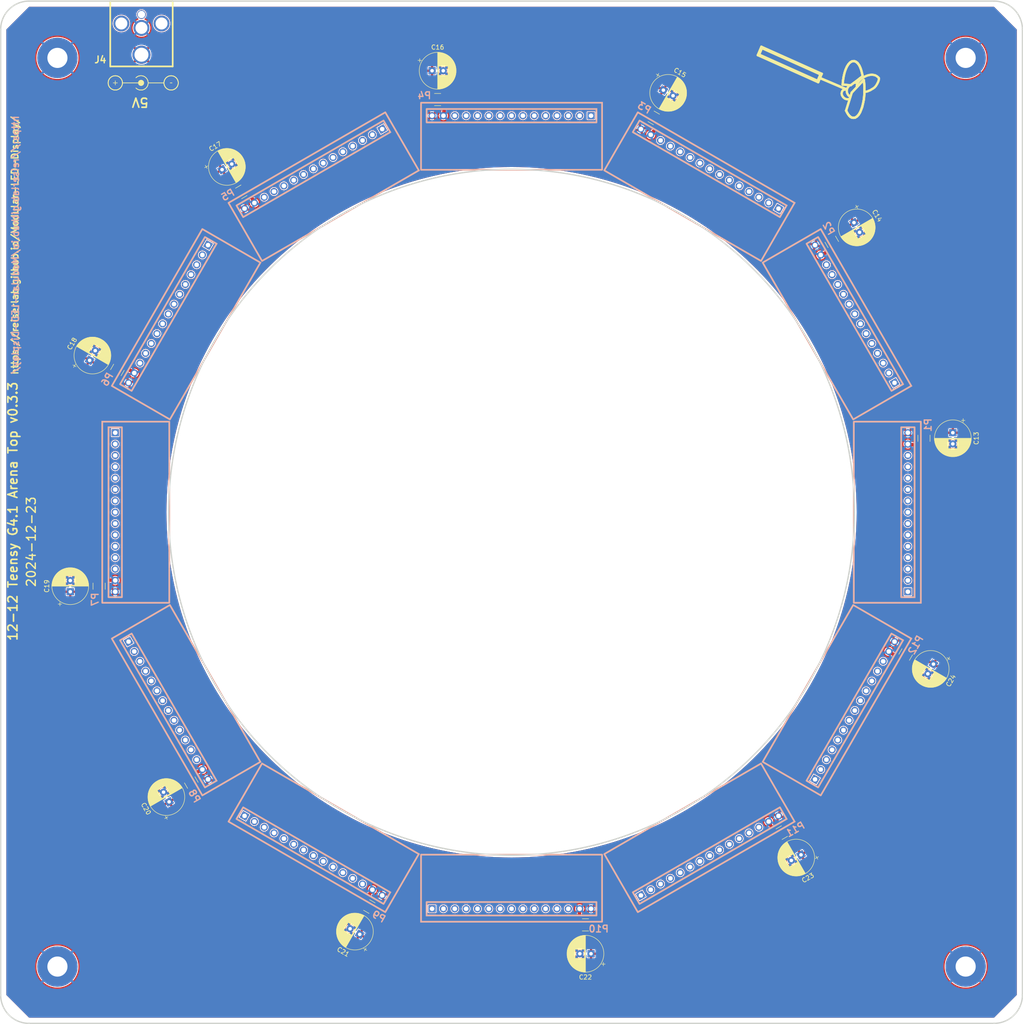
<source format=kicad_pcb>
(kicad_pcb (version 20240108) (generator "pcbnew") (generator_version "8.0")
  (layers (0 "F.Cu" signal) (31 "B.Cu" signal) (34 "B.Paste" user) (35 "F.Paste" user) (36 "B.SilkS" user "B.Silkscreen") (37 "F.SilkS" user "F.Silkscreen") (38 "B.Mask" user) (39 "F.Mask" user) (44 "Edge.Cuts" user))
  (net 0 "")
  (net 1 "+5V")
  (net 15 "GND")
  (footprint "Capacitor_THT:CP_Radial_D8.0mm_P2.50mm" (layer "F.Cu") (at 160.02 79.070199)
    (property "Reference" "C16")
    (property "Value" "C_Polarized")
  )
  (footprint "Capacitor_SMD:C_1210_3225Metric" (layer "F.Cu") (at 209.617465 89.616133 -30)
    (property "Reference" "C3" (hide yes))
    (property "Value" "100uF" (hide yes))
  )
  (footprint "MountingHole:MountingHole_4.5mm_Pad" (layer "F.Cu") (at 76.2 76.2)
    (property "Reference" "H1" (hide yes))
    (property "Value" "MountingHole_Pad" (hide yes))
  )
  (footprint "arena_custom:DCJACK_2PIN_HIGHCURRENT" (layer "F.Cu") (at 95 63.5028)
    (property "Reference" "J4")
    (property "Value" "Barrel_Jack" (hide yes))
  )
  (footprint "Capacitor_THT:CP_Radial_D8.0mm_P2.50mm" (layer "F.Cu") (at 272.192515 211.766968 -120)
    (property "Reference" "C24")
    (property "Value" "C_Polarized")
  )
  (footprint "Capacitor_SMD:C_1210_3225Metric" (layer "F.Cu") (at 161.2628 85.521799)
    (property "Reference" "C4" (hide yes))
    (property "Value" "100uF" (hide yes))
  )
  (footprint "Capacitor_SMD:C_1210_3225Metric" (layer "F.Cu") (at 265.983866 209.617465 -120)
    (property "Reference" "C12" (hide yes))
    (property "Value" "100uF" (hide yes))
  )
  (footprint "Capacitor_THT:CP_Radial_D8.0mm_P2.50mm" (layer "F.Cu") (at 242.562832 254.412515 -150)
    (property "Reference" "C23")
    (property "Value" "C_Polarized")
  )
  (footprint "Capacitor_SMD:C_1210_3225Metric" (layer "F.Cu") (at 106.153333 238.260735 120)
    (property "Reference" "C8" (hide yes))
    (property "Value" "100uF" (hide yes))
  )
  (footprint "Capacitor_THT:CP_Radial_D8.0mm_P2.50mm" (layer "F.Cu") (at 79.070199 195.58 90)
    (property "Reference" "C19")
    (property "Value" "C_Polarized")
  )
  (footprint "Capacitor_THT:CP_Radial_D8.0mm_P2.50mm" (layer "F.Cu") (at 143.833031 272.192515 150)
    (property "Reference" "C21")
    (property "Value" "C_Polarized")
  )
  (footprint "Capacitor_THT:CP_Radial_D8.0mm_P2.50mm" (layer "F.Cu") (at 195.579999 276.5298 180)
    (property "Reference" "C22")
    (property "Value" "C_Polarized")
  )
  (footprint "MountingHole:MountingHole_4.5mm_Pad" (layer "F.Cu") (at 279.4 279.4)
    (property "Reference" "H3" (hide yes))
    (property "Value" "MountingHole_Pad" (hide yes))
  )
  (footprint "MountingHole:MountingHole_4.5mm_Pad" (layer "F.Cu") (at 76.2 279.4)
    (property "Reference" "H4" (hide yes))
    (property "Value" "MountingHole_Pad" (hide yes))
  )
  (footprint "Capacitor_SMD:C_1210_3225Metric" (layer "F.Cu") (at 117.339264 106.153333 30)
    (property "Reference" "C5" (hide yes))
    (property "Value" "100uF" (hide yes))
  )
  (footprint "Capacitor_SMD:C_1210_3225Metric" (layer "F.Cu") (at 238.260735 249.446666 -150)
    (property "Reference" "C11" (hide yes))
    (property "Value" "100uF" (hide yes))
  )
  (footprint "Capacitor_SMD:C_1210_3225Metric" (layer "F.Cu") (at 270.0782 161.2628 -90)
    (property "Reference" "C1" (hide yes))
    (property "Value" "100uF" (hide yes))
  )
  (footprint "Capacitor_SMD:C_1210_3225Metric" (layer "F.Cu") (at 249.446666 117.339264 -60)
    (property "Reference" "C2" (hide yes))
    (property "Value" "100uF" (hide yes))
  )
  (footprint "Capacitor_THT:CP_Radial_D8.0mm_P2.50mm" (layer "F.Cu") (at 254.412515 113.037167 -60)
    (property "Reference" "C14")
    (property "Value" "C_Polarized")
  )
  (footprint "MountingHole:MountingHole_4.5mm_Pad" (layer "F.Cu") (at 279.4 76.2)
    (property "Reference" "H2" (hide yes))
    (property "Value" "MountingHole_Pad" (hide yes))
  )
  (footprint "Capacitor_THT:CP_Radial_D8.0mm_P2.50mm" (layer "F.Cu") (at 83.407484 143.833031 60)
    (property "Reference" "C18")
    (property "Value" "C_Polarized")
  )
  (footprint "Capacitor_THT:CP_Radial_D8.0mm_P2.50mm" (layer "F.Cu") (at 113.037167 101.187484 30)
    (property "Reference" "C17")
    (property "Value" "C_Polarized")
  )
  (footprint "Capacitor_THT:CP_Radial_D8.0mm_P2.50mm" (layer "F.Cu") (at 101.187484 242.562832 120)
    (property "Reference" "C20")
    (property "Value" "C_Polarized")
  )
  (footprint "Capacitor_SMD:C_1210_3225Metric" (layer "F.Cu") (at 89.616133 145.982534 60)
    (property "Reference" "C6" (hide yes))
    (property "Value" "100uF" (hide yes))
  )
  (footprint "Capacitor_SMD:C_1210_3225Metric" (layer "F.Cu") (at 194.3372 270.0782 180)
    (property "Reference" "C10" (hide yes))
    (property "Value" "100uF" (hide yes))
  )
  (footprint "Capacitor_SMD:C_1210_3225Metric" (layer "F.Cu") (at 145.982534 265.983866 150)
    (property "Reference" "C9" (hide yes))
    (property "Value" "100uF" (hide yes))
  )
  (footprint "Capacitor_SMD:C_1210_3225Metric" (layer "F.Cu") (at 85.521799 194.3372 90)
    (property "Reference" "C7" (hide yes))
    (property "Value" "100uF" (hide yes))
  )
  (footprint "Capacitor_THT:CP_Radial_D8.0mm_P2.50mm" (layer "F.Cu") (at 211.766968 83.407484 -30)
    (property "Reference" "C15")
    (property "Value" "C_Polarized")
  )
  (footprint "Capacitor_THT:CP_Radial_D8.0mm_P2.50mm" (layer "F.Cu") (at 276.5298 160.02 -90)
    (property "Reference" "C13")
    (property "Value" "C_Polarized" (hide yes))
  )
  (footprint "arena_custom:HEADER_TOP" (layer "B.Cu") (at 177.799999 266.474028)
    (property "Reference" "P10")
    (property "Value" "CONN15" (hide yes))
  )
  (footprint "arena_custom:HEADER_TOP" (layer "B.Cu") (at 254.593961 222.137014 60)
    (property "Reference" "P12")
    (property "Value" "CONN15" (hide yes))
  )
  (footprint "arena_custom:HEADER_TOP" (layer "B.Cu") (at 89.125971 177.8 -90)
    (property "Reference" "P7")
    (property "Value" "CONN15" (hide yes))
  )
  (footprint "arena_custom:HEADER_TOP" (layer "B.Cu") (at 133.462985 254.593961 -30)
    (property "Reference" "P9")
    (property "Value" "CONN15" (hide yes))
  )
  (footprint "arena_custom:HEADER_TOP" (layer "B.Cu") (at 222.137014 254.593961 30)
    (property "Reference" "P11")
    (property "Value" "CONN15" (hide yes))
  )
  (footprint "arena_custom:HEADER_TOP" (layer "B.Cu") (at 133.462985 101.006038 -150)
    (property "Reference" "P5")
    (property "Value" "CONN15" (hide yes))
  )
  (footprint "arena_custom:HEADER_TOP" (layer "B.Cu") (at 177.8 89.125971 180)
    (property "Reference" "P4")
    (property "Value" "CONN15" (hide yes))
  )
  (footprint "arena_custom:HEADER_TOP" (layer "B.Cu") (at 266.474028 177.8 90)
    (property "Reference" "P1")
    (property "Value" "CONN15" (hide yes))
  )
  (footprint "arena_custom:HEADER_TOP" (layer "B.Cu") (at 101.006038 133.462985 -120)
    (property "Reference" "P6")
    (property "Value" "CONN15" (hide yes))
  )
  (footprint "arena_custom:HEADER_TOP" (layer "B.Cu") (at 101.006038 222.137014 -60)
    (property "Reference" "P8")
    (property "Value" "CONN15" (hide yes))
  )
  (footprint "arena_custom:HEADER_TOP" (layer "B.Cu") (at 254.593961 133.462985 120)
    (property "Reference" "P2")
    (property "Value" "CONN15" (hide yes))
  )
  (footprint "arena_custom:HEADER_TOP" (layer "B.Cu") (at 222.137014 101.006038 150)
    (property "Reference" "P3")
    (property "Value" "CONN15" (hide yes))
  )
  (gr_line (start 256.199044 87.297682) (end 256.271976 87.058327) (stroke (width 0.514144)) (layer "F.SilkS"))
  (gr_line (start 253.328128 89.085184) (end 253.428895 89.190784) (stroke (width 0.514144)) (layer "F.SilkS"))
  (gr_line (start 253.398643 85.370906) (end 253.047927 85.47159) (stroke (width 0.514144)) (layer "F.SilkS"))
  (gr_line (start 95.842562 83.086632) (end 95.776476 83.132692) (stroke (width 0.15487)) (layer "F.SilkS"))
  (gr_line (start 87.581538 81.465651) (end 87.599381 81.388344) (stroke (width 0.179621)) (layer "F.SilkS"))
  (gr_line (start 87.866524 82.743765) (end 87.821974 82.681116) (stroke (width 0.179621)) (layer "F.SilkS"))
  (gr_line (start 256.682667 84.850824) (end 256.710096 84.544275) (stroke (width 0.514144)) (layer "F.SilkS"))
  (gr_line (start 252.01772 82.16411) (end 251.877536 82.16992) (stroke (width 0.514144)) (layer "F.SilkS"))
  (gr_line (start 252.053344 83.360095) (end 252.337198 83.279574) (stroke (width 0.514144)) (layer "F.SilkS"))
  (gr_line (start 252.648282 87.995452) (end 252.864904 88.424901) (stroke (width 0.514144)) (layer "F.SilkS"))
  (gr_line (start 255.368341 88.978587) (end 255.474286 88.838667) (stroke (width 0.514144)) (layer "F.SilkS"))
  (gr_line (start 103.135742 81.238271) (end 103.160864 81.312517) (stroke (width 0.179621)) (layer "F.SilkS"))
  (gr_line (start 100.806211 80.421118) (end 100.873127 80.382643) (stroke (width 0.179621)) (layer "F.SilkS"))
  (gr_line (start 253.852396 89.497068) (end 253.962792 89.543132) (stroke (width 0.514144)) (layer "F.SilkS"))
  (gr_line (start 253.107055 88.828682) (end 253.329101 89.139146) (stroke (width 0.514144)) (layer "F.SilkS"))
  (gr_line (start 90.726494 82.031034) (end 90.712442 82.109723) (stroke (width 0.179621)) (layer "F.SilkS"))
  (gr_line (start 95.708673 80.400338) (end 95.776476 80.442713) (stroke (width 0.15487)) (layer "F.SilkS"))
  (gr_line (start 253.599513 89.404428) (end 253.881595 89.536188) (stroke (width 0.514144)) (layer "F.SilkS"))
  (gr_line (start 102.817594 82.862096) (end 102.764685 82.917592) (stroke (width 0.179621)) (layer "F.SilkS"))
  (gr_line (start 103.001368 82.616268) (end 102.959805 82.681101) (stroke (width 0.179621)) (layer "F.SilkS"))
  (gr_line (start 95.121607 80.19399) (end 95.197995 80.206887) (stroke (width 0.15487)) (layer "F.SilkS"))
  (gr_line (start 255.525857 82.231349) (end 253.909263 83.976567) (stroke (width 0.514144)) (layer "F.SilkS"))
  (gr_line (start 100.401759 82.804129) (end 100.354322 82.743765) (stroke (width 0.179621)) (layer "F.SilkS"))
  (gr_line (start 252.552095 78.774228) (end 252.838191 78.144863) (stroke (width 0.514144)) (layer "F.SilkS"))
  (gr_line (start 251.969289 84.954351) (end 251.774238 84.647473) (stroke (width 0.514144)) (layer "F.SilkS"))
  (gr_line (start 253.435013 77.325878) (end 253.641567 77.156405) (stroke (width 0.514144)) (layer "F.SilkS"))
  (gr_line (start 90.742826 81.869915) (end 90.736656 81.951064) (stroke (width 0.179621)) (layer "F.SilkS"))
  (gr_line (start 259.176866 80.098993) (end 259.525148 80.289985) (stroke (width 0.514144)) (layer "F.SilkS"))
  (gr_line (start 102.528198 83.112714) (end 102.463365 83.154278) (stroke (width 0.179621)) (layer "F.SilkS"))
  (gr_line (start 88.903643 83.367207) (end 88.824955 83.353155) (stroke (width 0.179621)) (layer "F.SilkS"))
  (gr_line (start 252.166875 85.147003) (end 251.969289 84.954351) (stroke (width 0.514144)) (layer "F.SilkS"))
  (gr_line (start 252.693095 88.053999) (end 252.775458 88.230525) (stroke (width 0.514144)) (layer "F.SilkS"))
  (gr_line (start 90.329796 80.713291) (end 90.380019 80.77127) (stroke (width 0.179621)) (layer "F.SilkS"))
  (gr_line (start 251.774238 84.647473) (end 251.684112 84.419114) (stroke (width 0.514144)) (layer "F.SilkS"))
  (gr_line (start 88.385329 80.382643) (end 88.454228 80.347355) (stroke (width 0.179621)) (layer "F.SilkS"))
  (gr_line (start 90.744906 81.787686) (end 90.742826 81.869915) (stroke (width 0.179621)) (layer "F.SilkS"))
  (gr_line (start 87.567486 81.54434) (end 87.581538 81.465651) (stroke (width 0.179621)) (layer "F.SilkS"))
  (gr_line (start 255.06343 89.325641) (end 255.481002 88.89717) (stroke (width 0.514144)) (layer "F.SilkS"))
  (gr_line (start 88.318413 83.154286) (end 88.253581 83.112723) (stroke (width 0.179621)) (layer "F.SilkS"))
  (gr_line (start 101.471411 80.198036) (end 101.55256 80.191866) (stroke (width 0.179621)) (layer "F.SilkS"))
  (gr_line (start 100.194444 81.094927) (end 100.229732 81.026029) (stroke (width 0.179621)) (layer "F.SilkS"))
  (gr_line (start 96.086199 82.86627) (end 96.029086 82.926344) (stroke (width 0.15487)) (layer "F.SilkS"))
  (gr_line (start 255.036411 82.539878) (end 255.042022 82.457412) (stroke (width 0.514144)) (layer "F.SilkS"))
  (gr_line (start 89.839752 80.347355) (end 89.908651 80.382643) (stroke (width 0.179621)) (layer "F.SilkS"))
  (gr_line (start 255.276137 77.430101) (end 255.346218 77.514994) (stroke (width 0.514144)) (layer "F.SilkS"))
  (gr_line (start 88.824955 80.22225) (end 88.903643 80.208198) (stroke (width 0.179621)) (layer "F.SilkS"))
  (gr_line (start 253.521335 77.222379) (end 253.965722 76.96148) (stroke (width 0.514144)) (layer "F.SilkS"))
  (gr_line (start 100.560386 80.604889) (end 100.618366 80.554666) (stroke (width 0.179621)) (layer "F.SilkS"))
  (gr_line (start 256.875322 83.833962) (end 256.742183 83.87768) (stroke (width 0.514144)) (layer "F.SilkS"))
  (gr_line (start 254.654616 76.988025) (end 254.738231 77.019672) (stroke (width 0.514144)) (layer "F.SilkS"))
  (gr_line (start 87.674647 82.409683) (end 87.646036 82.337118) (stroke (width 0.179621)) (layer "F.SilkS"))
  (gr_line (start 95.423153 83.30772) (end 95.348911 83.331671) (stroke (width 0.15487)) (layer "F.SilkS"))
  (gr_line (start 100.055284 82.031041) (end 100.045122 81.95107) (stroke (width 0.179621)) (layer "F.SilkS"))
  (gr_line (start 90.647944 81.238271) (end 90.673066 81.312517) (stroke (width 0.179621)) (layer "F.SilkS"))
  (gr_line (start 101.717017 80.191866) (end 101.798166 80.198036) (stroke (width 0.179621)) (layer "F.SilkS"))
  (gr_line (start 102.915254 82.743751) (end 102.867817 82.804116) (stroke (width 0.179621)) (layer "F.SilkS"))
  (gr_line (start 254.131302 89.588144) (end 254.188191 89.596579) (stroke (width 0.514144)) (layer "F.SilkS"))
  (gr_line (start 96.49336 81.633352) (end 96.498887 81.710456) (stroke (width 0.15487)) (layer "F.SilkS"))
  (gr_line (start 90.51357 80.959113) (end 90.552046 81.026029) (stroke (width 0.179621)) (layer "F.SilkS"))
  (gr_line (start 96.498887 81.710456) (end 96.50073 81.787703) (stroke (width 0.15487)) (layer "F.SilkS"))
  (gr_line (start 259.542541 82.121242) (end 259.303428 82.48594) (stroke (width 0.514144)) (layer "F.SilkS"))
  (gr_line (start 255.432428 81.506674) (end 255.645993 81.235336) (stroke (width 0.514144)) (layer "F.SilkS"))
  (gr_line (start 94.242676 81.787686) (end 90.817917 81.787686) (stroke (width 0.168772)) (layer "F.SilkS"))
  (gr_line (start 102.463365 83.154278) (end 102.396449 83.192755) (stroke (width 0.179621)) (layer "F.SilkS"))
  (gr_line (start 253.135036 82.646298) (end 253.29269 82.463024) (stroke (width 0.514144)) (layer "F.SilkS"))
  (gr_line (start 251.858224 83.534084) (end 252.053344 83.360095) (stroke (width 0.514144)) (layer "F.SilkS"))
  (gr_line (start 103.107131 82.40967) (end 103.075132 82.480452) (stroke (width 0.179621)) (layer "F.SilkS"))
  (gr_line (start 89.064762 83.383539) (end 88.983613 83.377369) (stroke (width 0.179621)) (layer "F.SilkS"))
  (gr_line (start 90.736656 81.951064) (end 90.726494 82.031034) (stroke (width 0.179621)) (layer "F.SilkS"))
  (gr_line (start 90.587334 81.094927) (end 90.619333 81.165708) (stroke (width 0.179621)) (layer "F.SilkS"))
  (gr_line (start 102.256769 80.315356) (end 102.32755 80.347355) (stroke (width 0.179621)) (layer "F.SilkS"))
  (gr_line (start 255.220933 77.362302) (end 255.627103 77.91908) (stroke (width 0.514144)) (layer "F.SilkS"))
  (gr_line (start 259.525148 80.289985) (end 259.78989 80.507871) (stroke (width 0.514144)) (layer "F.SilkS"))
  (gr_line (start 246.348282 81.480219) (end 233.048664 75.525588) (stroke (width 0.514144)) (layer "F.SilkS"))
  (gr_line (start 94.736089 83.390627) (end 94.659272 83.381415) (stroke (width 0.15487)) (layer "F.SilkS"))
  (gr_line (start 95.044789 80.184778) (end 95.121607 80.19399) (stroke (width 0.15487)) (layer "F.SilkS"))
  (gr_line (start 246.463759 81.532354) (end 247.222944 79.751814) (stroke (width 0.514144)) (layer "F.SilkS"))
  (gr_line (start 254.303207 76.931315) (end 254.393603 76.93489) (stroke (width 0.514144)) (layer "F.SilkS"))
  (gr_line (start 256.040481 87.747626) (end 256.121828 87.527581) (stroke (width 0.514144)) (layer "F.SilkS"))
  (gr_line (start 100.133834 82.337118) (end 100.108712 82.262871) (stroke (width 0.179621)) (layer "F.SilkS"))
  (gr_line (start 253.881595 89.536188) (end 254.324682 89.610855) (stroke (width 0.514144)) (layer "F.SilkS"))
  (gr_line (start 96.351499 81.109652) (end 96.382819 81.181747) (stroke (width 0.15487)) (layer "F.SilkS"))
  (gr_line (start 96.498887 81.86495) (end 96.49336 81.942054) (stroke (width 0.15487)) (layer "F.SilkS"))
  (gr_line (start 257.844701 80.028055) (end 258.211627 79.972669) (stroke (width 0.514144)) (layer "F.SilkS"))
  (gr_line (start 96.189371 80.835581) (end 96.23543 80.901666) (stroke (width 0.15487)) (layer "F.SilkS"))
  (gr_line (start 96.484148 82.018871) (end 96.471252 82.09526) (stroke (width 0.15487)) (layer "F.SilkS"))
  (gr_line (start 90.742826 81.705458) (end 90.744906 81.787686) (stroke (width 0.179621)) (layer "F.SilkS"))
  (gr_line (start 258.842153 80.017626) (end 259.176866 80.098993) (stroke (width 0.514144)) (layer "F.SilkS"))
  (gr_line (start 253.29269 82.463024) (end 253.412685 82.343878) (stroke (width 0.514144)) (layer "F.SilkS"))
  (gr_line (start 256.455241 80.603086) (end 256.647542 80.491892) (stroke (width 0.514144)) (layer "F.SilkS"))
  (gr_line (start 259.950052 81.16405) (end 259.836255 81.519547) (stroke (width 0.514144)) (layer "F.SilkS"))
  (gr_line (start 255.147913 89.218914) (end 255.259498 89.105469) (stroke (width 0.514144)) (layer "F.SilkS"))
  (gr_line (start 96.454671 81.40433) (end 96.471252 81.480146) (stroke (width 0.15487)) (layer "F.SilkS"))
  (gr_line (start 88.017093 80.657797) (end 88.072588 80.604889) (stroke (width 0.179621)) (layer "F.SilkS"))
  (gr_line (start 253.965362 76.988768) (end 254.076566 76.957025) (stroke (width 0.514144)) (layer "F.SilkS"))
  (gr_line (start 259.78989 80.507871) (end 259.966569 80.689146) (stroke (width 0.514144)) (layer "F.SilkS"))
  (gr_line (start 88.597573 83.288659) (end 88.52501 83.260048) (stroke (width 0.179621)) (layer "F.SilkS"))
  (gr_line (start 103.135742 82.337105) (end 103.107131 82.40967) (stroke (width 0.179621)) (layer "F.SilkS"))
  (gr_line (start 103.200239 82.109723) (end 103.182397 82.187031) (stroke (width 0.179621)) (layer "F.SilkS"))
  (gr_line (start 89.064762 80.191866) (end 89.14699 80.189787) (stroke (width 0.179621)) (layer "F.SilkS"))
  (gr_line (start 256.678724 81.644514) (end 256.650167 81.387806) (stroke (width 0.514144)) (layer "F.SilkS"))
  (gr_line (start 254.482303 76.945573) (end 254.569307 76.963305) (stroke (width 0.514144)) (layer "F.SilkS"))
  (gr_line (start 87.706646 81.094927) (end 87.741934 81.026029) (stroke (width 0.179621)) (layer "F.SilkS"))
  (gr_line (start 96.029086 80.649061) (end 96.086199 80.709136) (stroke (width 0.15487)) (layer "F.SilkS"))
  (gr_line (start 94.072206 83.175067) (end 94.004403 83.132692) (stroke (width 0.15487)) (layer "F.SilkS"))
  (gr_line (start 94.431968 83.331671) (end 94.357726 83.30772) (stroke (width 0.15487)) (layer "F.SilkS"))
  (gr_line (start 102.034132 83.335311) (end 101.956824 83.353154) (stroke (width 0.179621)) (layer "F.SilkS"))
  (gr_line (start 251.877536 82.16992) (end 251.922517 81.614249) (stroke (width 0.514144)) (layer "F.SilkS"))
  (gr_line (start 233.757241 73.863743) (end 247.056859 79.818372) (stroke (width 0.514144)) (layer "F.SilkS"))
  (gr_line (start 100.504891 80.657797) (end 100.560386 80.604889) (stroke (width 0.179621)) (layer "F.SilkS"))
  (gr_line (start 95.776476 80.442713) (end 95.842562 80.488773) (stroke (width 0.15487)) (layer "F.SilkS"))
  (gr_line (start 255.866011 88.156561) (end 255.955157 87.957419) (stroke (width 0.514144)) (layer "F.SilkS"))
  (gr_line (start 94.659272 80.19399) (end 94.736089 80.184778) (stroke (width 0.15487)) (layer "F.SilkS"))
  (gr_line (start 254.302959 89.603371) (end 254.429429 89.595126) (stroke (width 0.514144)) (layer "F.SilkS"))
  (gr_line (start 101.956824 80.22225) (end 102.034132 80.240092) (stroke (width 0.179621)) (layer "F.SilkS"))
  (gr_line (start 255.671304 78.034008) (end 255.731261 78.156298) (stroke (width 0.514144)) (layer "F.SilkS"))
  (gr_line (start 88.318413 80.421118) (end 88.385329 80.382643) (stroke (width 0.179621)) (layer "F.SilkS"))
  (gr_line (start 94.659272 83.381415) (end 94.582884 83.368518) (stroke (width 0.15487)) (layer "F.SilkS"))
  (gr_line (start 256.005789 78.856859) (end 256.103824 79.177541) (stroke (width 0.514144)) (layer "F.SilkS"))
  (gr_line (start 257.779754 83.532072) (end 257.434774 83.6898) (stroke (width 0.514144)) (layer "F.SilkS"))
  (gr_line (start 256.357616 80.272018) (end 255.706384 80.763982) (stroke (width 0.514144)) (layer "F.SilkS"))
  (gr_line (start 90.380019 82.804116) (end 90.329796 82.862096) (stroke (width 0.179621)) (layer "F.SilkS"))
  (gr_line (start 258.090858 83.404417) (end 257.779754 83.532072) (stroke (width 0.514144)) (layer "F.SilkS"))
  (gr_line (start 259.966569 80.689146) (end 259.993367 80.838851) (stroke (width 0.514144)) (layer "F.SilkS"))
  (gr_line (start 101.012807 80.315356) (end 101.085371 80.286746) (stroke (width 0.179621)) (layer "F.SilkS"))
  (gr_line (start 256.942987 80.339952) (end 257.168924 80.23152) (stroke (width 0.514144)) (layer "F.SilkS"))
  (gr_line (start 256.75071 82.712449) (end 256.739244 82.43984) (stroke (width 0.514144)) (layer "F.SilkS"))
  (gr_line (start 253.269248 84.659038) (end 253.123313 84.504252) (stroke (width 0.514144)) (layer "F.SilkS"))
  (gr_line (start 102.817594 80.713291) (end 102.867817 80.77127) (stroke (width 0.179621)) (layer "F.SilkS"))
  (gr_line (start 103.232703 81.787686) (end 103.230624 81.869915) (stroke (width 0.179621)) (layer "F.SilkS"))
  (gr_line (start 101.012807 83.260048) (end 100.942026 83.228049) (stroke (width 0.179621)) (layer "F.SilkS"))
  (gr_line (start 88.983613 80.198036) (end 89.064762 80.191866) (stroke (width 0.179621)) (layer "F.SilkS"))
  (gr_line (start 87.821974 80.894282) (end 87.866524 80.831634) (stroke (width 0.179621)) (layer "F.SilkS"))
  (gr_line (start 93.811868 80.591947) (end 93.874091 80.538518) (stroke (width 0.15487)) (layer "F.SilkS"))
  (gr_line (start 95.906788 80.538518) (end 95.96901 80.591947) (stroke (width 0.15487)) (layer "F.SilkS"))
  (gr_line (start 252.56042 83.13397) (end 252.542989 83.175007) (stroke (width 0.514144)) (layer "F.SilkS"))
  (gr_line (start 95.121607 83.381415) (end 95.04479 83.390627) (stroke (width 0.15487)) (layer "F.SilkS"))
  (gr_line (start 88.597573 80.286746) (end 88.671819 80.261624) (stroke (width 0.179621)) (layer "F.SilkS"))
  (gr_line (start 89.696407 83.288655) (end 89.622161 83.313778) (stroke (width 0.179621)) (layer "F.SilkS"))
  (gr_line (start 94.072205 80.400338) (end 94.141582 80.361648) (stroke (width 0.15487)) (layer "F.SilkS"))
  (gr_line (start 253.672708 82.321579) (end 251.877536 82.169922) (stroke (width 0.514144)) (layer "F.SilkS"))
  (gr_line (start 256.650167 81.387806) (end 256.61758 81.135749) (stroke (width 0.514144)) (layer "F.SilkS"))
  (gr_line (start 96.382819 82.393658) (end 96.351499 82.465754) (stroke (width 0.15487)) (layer "F.SilkS"))
  (gr_line (start 90.427456 80.831634) (end 90.472007 80.894282) (stroke (width 0.179621)) (layer "F.SilkS"))
  (gr_line (start 102.396449 83.192755) (end 102.32755 83.228044) (stroke (width 0.179621)) (layer "F.SilkS"))
  (gr_line (start 87.964184 82.862109) (end 87.913961 82.804129) (stroke (width 0.179621)) (layer "F.SilkS"))
  (gr_line (start 252.264493 79.665606) (end 252.552095 78.774228) (stroke (width 0.514144)) (layer "F.SilkS"))
  (gr_line (start 93.811868 82.983458) (end 93.751792 82.926344) (stroke (width 0.15487)) (layer "F.SilkS"))
  (gr_line (start 95.96901 82.983458) (end 95.906788 83.036888) (stroke (width 0.15487)) (layer "F.SilkS"))
  (gr_line (start 101.312753 83.353155) (end 101.235444 83.335313) (stroke (width 0.179621)) (layer "F.SilkS"))
  (gr_line (start 90.619333 81.165708) (end 90.647944 81.238271) (stroke (width 0.179621)) (layer "F.SilkS"))
  (gr_line (start 88.130568 83.020736) (end 88.072588 82.970513) (stroke (width 0.179621)) (layer "F.SilkS"))
  (gr_line (start 89.908651 83.192755) (end 89.839752 83.228044) (stroke (width 0.179621)) (layer "F.SilkS"))
  (gr_line (start 100.354322 82.743765) (end 100.309771 82.681116) (stroke (width 0.179621)) (layer "F.SilkS"))
  (gr_line (start 102.109959 80.261624) (end 102.184205 80.286746) (stroke (width 0.179621)) (layer "F.SilkS"))
  (gr_line (start 252.813388 83.330316) (end 252.914922 82.982534) (stroke (width 0.514144)) (layer "F.SilkS"))
  (gr_line (start 90.619333 82.40967) (end 90.587334 82.480452) (stroke (width 0.179621)) (layer "F.SilkS"))
  (gr_line (start 100.451982 80.713291) (end 100.504891 80.657797) (stroke (width 0.179621)) (layer "F.SilkS"))
  (gr_line (start 95.639297 83.213758) (end 95.568489 83.248763) (stroke (width 0.15487)) (layer "F.SilkS"))
  (gr_line (start 100.67873 80.50723) (end 100.741378 80.46268) (stroke (width 0.179621)) (layer "F.SilkS"))
  (gr_line (start 102.764685 82.917592) (end 102.70919 82.970502) (stroke (width 0.179621)) (layer "F.SilkS"))
  (gr_line (start 255.042022 82.457412) (end 255.046822 82.39657) (stroke (width 0.514144)) (layer "F.SilkS"))
  (gr_line (start 251.877536 82.169922) (end 251.908122 81.714717) (stroke (width 0.514144)) (layer "F.SilkS"))
  (gr_line (start 95.906788 83.036888) (end 95.842562 83.086632) (stroke (width 0.15487)) (layer "F.SilkS"))
  (gr_line (start 87.567486 82.031041) (end 87.557324 81.95107) (stroke (width 0.179621)) (layer "F.SilkS"))
  (gr_line (start 88.190932 80.50723) (end 88.253581 80.46268) (stroke (width 0.179621)) (layer "F.SilkS"))
  (gr_line (start 90.380019 80.77127) (end 90.427456 80.831634) (stroke (width 0.179621)) (layer "F.SilkS"))
  (gr_line (start 256.76 83.267298) (end 256.757661 82.988359) (stroke (width 0.514144)) (layer "F.SilkS"))
  (gr_line (start 102.867817 82.804116) (end 102.817594 82.862096) (stroke (width 0.179621)) (layer "F.SilkS"))
  (gr_line (start 233.048664 75.525588) (end 233.757241 73.863743) (stroke (width 0.514144)) (layer "F.SilkS"))
  (gr_line (start 100.942026 83.228049) (end 100.873127 83.192761) (stroke (width 0.179621)) (layer "F.SilkS"))
  (gr_line (start 100.401759 80.77127) (end 100.451982 80.713291) (stroke (width 0.179621)) (layer "F.SilkS"))
  (gr_line (start 255.259498 89.105469) (end 255.368341 88.978587) (stroke (width 0.514144)) (layer "F.SilkS"))
  (gr_line (start 87.646036 81.238271) (end 87.674647 81.165708) (stroke (width 0.179621)) (layer "F.SilkS"))
  (gr_line (start 94.507068 80.223468) (end 94.582883 80.206887) (stroke (width 0.15487)) (layer "F.SilkS"))
  (gr_line (start 253.428895 89.190784) (end 253.531823 89.285068) (stroke (width 0.514144)) (layer "F.SilkS"))
  (gr_line (start 88.903643 80.208198) (end 88.983613 80.198036) (stroke (width 0.179621)) (layer "F.SilkS"))
  (gr_line (start 252.164419 80.079481) (end 252.277697 79.618968) (stroke (width 0.514144)) (layer "F.SilkS"))
  (gr_line (start 254.820151 77.058187) (end 254.900378 77.103508) (stroke (width 0.514144)) (layer "F.SilkS"))
  (gr_line (start 256.463519 86.287504) (end 256.517769 86.014304) (stroke (width 0.514144)) (layer "F.SilkS"))
  (gr_poly (pts (xy 89.078593 81.853638) (xy 88.629465 81.853638) (xy 88.629465 81.721799) (xy 89.078593 81.721799) (xy 89.078593 81.272666) (xy 89.215391 81.272666) (xy 89.215391 81.721799) (xy 89.664517 81.721799) (xy 89.664517 81.853638) (xy 89.215391 81.853638) (xy 89.215391 82.302771) (xy 89.078593 82.302771)) (fill solid) (layer "F.SilkS"))
  (gr_line (start 102.70919 82.970502) (end 102.651211 83.020726) (stroke (width 0.179621)) (layer "F.SilkS"))
  (gr_line (start 103.182397 82.187031) (end 103.160864 82.262859) (stroke (width 0.179621)) (layer "F.SilkS"))
  (gr_line (start 101.55256 80.191866) (end 101.634788 80.189787) (stroke (width 0.179621)) (layer "F.SilkS"))
  (gr_line (start 259.023559 82.799008) (end 258.722802 83.026055) (stroke (width 0.514144)) (layer "F.SilkS"))
  (gr_line (start 100.055284 81.54434) (end 100.069337 81.465651) (stroke (width 0.179621)) (layer "F.SilkS"))
  (gr_line (start 102.590846 80.50723) (end 102.651211 80.554666) (stroke (width 0.179621)) (layer "F.SilkS"))
  (gr_line (start 93.751792 80.649061) (end 93.811868 80.591947) (stroke (width 0.15487)) (layer "F.SilkS"))
  (gr_line (start 103.182397 81.388344) (end 103.200239 81.465651) (stroke (width 0.179621)) (layer "F.SilkS"))
  (gr_line (start 87.557324 81.95107) (end 87.551154 81.869918) (stroke (width 0.179621)) (layer "F.SilkS"))
  (gr_line (start 255.789534 78.284609) (end 255.846123 78.418881) (stroke (width 0.514144)) (layer "F.SilkS"))
  (gr_line (start 88.671819 80.261624) (end 88.747646 80.240092) (stroke (width 0.179621)) (layer "F.SilkS"))
  (gr_line (start 253.133544 88.841221) (end 253.229639 88.968564) (stroke (width 0.514144)) (layer "F.SilkS"))
  (gr_line (start 99.975145 81.787686) (end 96.550387 81.787686) (stroke (width 0.168772)) (layer "F.SilkS"))
  (gr_line (start 90.221392 80.604889) (end 90.276887 80.657797) (stroke (width 0.179621)) (layer "F.SilkS"))
  (gr_line (start 88.671819 83.313781) (end 88.597573 83.288659) (stroke (width 0.179621)) (layer "F.SilkS"))
  (gr_line (start 254.873437 77.076596) (end 255.220933 77.362302) (stroke (width 0.514144)) (layer "F.SilkS"))
  (gr_line (start 90.726494 81.54434) (end 90.736656 81.624309) (stroke (width 0.179621)) (layer "F.SilkS"))
  (gr_line (start 101.798166 83.377369) (end 101.717017 83.383539) (stroke (width 0.179621)) (layer "F.SilkS"))
  (gr_line (start 101.159617 83.313781) (end 101.085371 83.288659) (stroke (width 0.179621)) (layer "F.SilkS"))
  (gr_line (start 94.21239 80.326642) (end 94.284485 80.295322) (stroke (width 0.15487)) (layer "F.SilkS"))
  (gr_line (start 256.703154 81.905602) (end 256.678724 81.644514) (stroke (width 0.514144)) (layer "F.SilkS"))
  (gr_line (start 252.277697 79.618968) (end 252.405794 79.18749) (stroke (width 0.514144)) (layer "F.SilkS"))
  (gr_line (start 255.046822 82.39657) (end 255.049075 82.373567) (stroke (width 0.514144)) (layer "F.SilkS"))
  (gr_line (start 103.039844 82.549352) (end 103.001368 82.616268) (stroke (width 0.179621)) (layer "F.SilkS"))
  (gr_line (start 252.914922 82.982534) (end 253.135036 82.646298) (stroke (width 0.514144)) (layer "F.SilkS"))
  (gr_line (start 100.087179 82.187042) (end 100.069337 82.109732) (stroke (width 0.179621)) (layer "F.SilkS"))
  (gr_line (start 100.194444 82.480466) (end 100.162445 82.409683) (stroke (width 0.179621)) (layer "F.SilkS"))
  (gr_line (start 89.14699 83.385619) (end 89.064762 83.383539) (stroke (width 0.179621)) (layer "F.SilkS"))
  (gr_line (start 103.214292 82.031034) (end 103.200239 82.109723) (stroke (width 0.179621)) (layer "F.SilkS"))
  (gr_line (start 100.618366 83.020736) (end 100.560386 82.970513) (stroke (width 0.179621)) (layer "F.SilkS"))
  (gr_line (start 254.393603 76.93489) (end 254.482303 76.945573) (stroke (width 0.514144)) (layer "F.SilkS"))
  (gr_line (start 100.038952 81.869918) (end 100.036873 81.787686) (stroke (width 0.179621)) (layer "F.SilkS"))
  (gr_line (start 100.942026 80.347355) (end 101.012807 80.315356) (stroke (width 0.179621)) (layer "F.SilkS"))
  (gr_line (start 96.189371 82.739824) (end 96.139628 82.804049) (stroke (width 0.15487)) (layer "F.SilkS"))
  (gr_line (start 246.413145 81.651057) (end 246.463759 81.532354) (stroke (width 0.514144)) (layer "F.SilkS"))
  (gr_line (start 95.348911 80.243735) (end 95.423153 80.267686) (stroke (width 0.15487)) (layer "F.SilkS"))
  (gr_line (start 100.354322 80.831634) (end 100.401759 80.77127) (stroke (width 0.179621)) (layer "F.SilkS"))
  (gr_line (start 100.873127 83.192761) (end 100.806211 83.154286) (stroke (width 0.179621)) (layer "F.SilkS"))
  (gr_line (start 100.309771 80.894282) (end 100.354322 80.831634) (stroke (width 0.179621)) (layer "F.SilkS"))
  (gr_line (start 252.066861 80.566931) (end 252.164419 80.079481) (stroke (width 0.514144)) (layer "F.SilkS"))
  (gr_line (start 90.163412 83.020726) (end 90.103048 83.068163) (stroke (width 0.179621)) (layer "F.SilkS"))
  (gr_line (start 254.429429 89.595126) (end 254.554235 89.57066) (stroke (width 0.514144)) (layer "F.SilkS"))
  (gr_line (start 102.764685 80.657797) (end 102.817594 80.713291) (stroke (width 0.179621)) (layer "F.SilkS"))
  (gr_line (start 257.434774 83.6898) (end 257.147111 83.738716) (stroke (width 0.514144)) (layer "F.SilkS"))
  (gr_line (start 88.824955 83.353155) (end 88.747646 83.335313) (stroke (width 0.179621)) (layer "F.SilkS"))
  (gr_line (start 256.566963 85.733638) (end 256.610946 85.445904) (stroke (width 0.514144)) (layer "F.SilkS"))
  (gr_line (start 100.229732 81.026029) (end 100.268208 80.959113) (stroke (width 0.179621)) (layer "F.SilkS"))
  (gr_line (start 251.985926 81.07922) (end 252.066861 80.566931) (stroke (width 0.514144)) (layer "F.SilkS"))
  (gr_line (start 256.588437 81.13962) (end 253.909288 83.976566) (stroke (width 0.514144)) (layer "F.SilkS"))
  (gr_line (start 93.874091 80.538518) (end 93.938317 80.488773) (stroke (width 0.15487)) (layer "F.SilkS"))
  (gr_line (start 255.864154 78.448817) (end 256.087136 79.124247) (stroke (width 0.514144)) (layer "F.SilkS"))
  (gr_line (start 255.773197 88.344655) (end 255.866011 88.156561) (stroke (width 0.514144)) (layer "F.SilkS"))
  (gr_line (start 252.862258 84.007779) (end 252.804643 83.656706) (stroke (width 0.514144)) (layer "F.SilkS"))
  (gr_line (start 246.942174 80.746439) (end 252.56042 83.13397) (stroke (width 0.514144)) (layer "F.SilkS"))
  (gr_line (start 256.610946 85.445904) (end 256.649566 85.1515) (stroke (width 0.514144)) (layer "F.SilkS"))
  (gr_line (start 101.878135 80.208198) (end 101.956824 80.22225) (stroke (width 0.179621)) (layer "F.SilkS"))
  (gr_line (start 253.747749 77.08872) (end 253.855718 77.032754) (stroke (width 0.514144)) (layer "F.SilkS"))
  (gr_poly (pts (xy 101.377672 81.713143) (xy 101.891903 81.713143) (xy 101.891903 81.862294) (xy 101.377672 81.862294)) (fill solid) (layer "F.SilkS"))
  (gr_line (start 256.731697 84.232249) (end 256.747318 83.915146) (stroke (width 0.514144)) (layer "F.SilkS"))
  (gr_line (start 100.873127 80.382643) (end 100.942026 80.347355) (stroke (width 0.179621)) (layer "F.SilkS"))
  (gr_line (start 90.103048 83.068163) (end 90.040399 83.112714) (stroke (width 0.179621)) (layer "F.SilkS"))
  (gr_line (start 258.722802 83.026055) (end 258.371227 83.2262) (stroke (width 0.514144)) (layer "F.SilkS"))
  (gr_line (start 253.909263 83.976567) (end 252.648282 87.995452) (stroke (width 0.514144)) (layer "F.SilkS"))
  (gr_line (start 257.168924 80.23152) (end 257.485784 80.119245) (stroke (width 0.514144)) (layer "F.SilkS"))
  (gr_line (start 256.279733 79.885603) (end 256.357618 80.272016) (stroke (width 0.514144)) (layer "F.SilkS"))
  (gr_line (start 90.276887 80.657797) (end 90.329796 80.713291) (stroke (width 0.179621)) (layer "F.SilkS"))
  (gr_line (start 253.229639 88.968564) (end 253.328128 89.085184) (stroke (width 0.514144)) (layer "F.SilkS"))
  (gr_line (start 90.587334 82.480452) (end 90.552046 82.549352) (stroke (width 0.179621)) (layer "F.SilkS"))
  (gr_line (start 87.599381 82.187042) (end 87.581538 82.109732) (stroke (width 0.179621)) (layer "F.SilkS"))
  (gr_line (start 88.130568 80.554666) (end 88.190932 80.50723) (stroke (width 0.179621)) (layer "F.SilkS"))
  (gr_line (start 103.107131 81.165708) (end 103.135742 81.238271) (stroke (width 0.179621)) (layer "F.SilkS"))
  (gr_line (start 252.68782 85.409914) (end 252.402307 85.308503) (stroke (width 0.514144)) (layer "F.SilkS"))
  (gr_line (start 102.651211 83.020726) (end 102.590846 83.068163) (stroke (width 0.179621)) (layer "F.SilkS"))
  (gr_line (start 254.420562 76.894705) (end 254.873437 77.076596) (stroke (width 0.514144)) (layer "F.SilkS"))
  (gr_line (start 96.277804 82.605937) (end 96.23543 82.673739) (stroke (width 0.15487)) (layer "F.SilkS"))
  (gr_line (start 96.484148 81.556534) (end 96.49336 81.633352) (stroke (width 0.15487)) (layer "F.SilkS"))
  (gr_line (start 255.073137 82.733063) (end 255.036411 82.539878) (stroke (width 0.514144)) (layer "F.SilkS"))
  (gr_line (start 87.706646 82.480466) (end 87.674647 82.409683) (stroke (width 0.179621)) (layer "F.SilkS"))
  (gr_line (start 247.222944 79.751814) (end 233.689051 73.692292) (stroke (width 0.514144)) (layer "F.SilkS"))
  (gr_line (start 251.709684 83.828453) (end 251.858224 83.534084) (stroke (width 0.514144)) (layer "F.SilkS"))
  (gr_line (start 95.776476 83.132692) (end 95.708673 83.175067) (stroke (width 0.15487)) (layer "F.SilkS"))
  (gr_line (start 96.410454 82.320418) (end 96.382819 82.393658) (stroke (width 0.15487)) (layer "F.SilkS"))
  (gr_line (start 254.074763 89.576401) (end 254.131302 89.588144) (stroke (width 0.514144)) (layer "F.SilkS"))
  (gr_line (start 89.546334 83.335311) (end 89.469026 83.353154) (stroke (width 0.179621)) (layer "F.SilkS"))
  (gr_line (start 95.197995 83.368518) (end 95.121607 83.381415) (stroke (width 0.15487)) (layer "F.SilkS"))
  (gr_line (start 101.235444 80.240092) (end 101.312753 80.22225) (stroke (width 0.179621)) (layer "F.SilkS"))
  (gr_line (start 95.04479 83.390627) (end 94.967686 83.396154) (stroke (width 0.15487)) (layer "F.SilkS"))
  (gr_line (start 255.474286 88.838667) (end 255.57718 88.686106) (stroke (width 0.514144)) (layer "F.SilkS"))
  (gr_line (start 90.472007 82.681101) (end 90.427456 82.743751) (stroke (width 0.179621)) (layer "F.SilkS"))
  (gr_line (start 254.900378 77.103508) (end 254.978913 77.155575) (stroke (width 0.514144)) (layer "F.SilkS"))
  (gr_line (start 96.471252 81.480146) (end 96.484148 81.556534) (stroke (width 0.15487)) (layer "F.SilkS"))
  (gr_line (start 246.924743 80.787476) (end 246.942174 80.746439) (stroke (width 0.514144)) (layer "F.SilkS"))
  (gr_line (start 252.56043 83.13397) (end 251.578214 82.728334) (stroke (width 0.514144)) (layer "F.SilkS"))
  (gr_line (start 101.956824 83.353154) (end 101.878135 83.367207) (stroke (width 0.179621)) (layer "F.SilkS"))
  (gr_line (start 89.14699 80.189787) (end 89.229218 80.191866) (stroke (width 0.179621)) (layer "F.SilkS"))
  (gr_line (start 259.836255 81.519547) (end 259.696227 81.826924) (stroke (width 0.514144)) (layer "F.SilkS"))
  (gr_line (start 101.878135 83.367207) (end 101.798166 83.377369) (stroke (width 0.179621)) (layer "F.SilkS"))
  (gr_line (start 89.975567 83.154278) (end 89.908651 83.192755) (stroke (width 0.179621)) (layer "F.SilkS"))
  (gr_line (start 103.230624 81.869915) (end 103.224454 81.951064) (stroke (width 0.179621)) (layer "F.SilkS"))
  (gr_line (start 254.324682 89.610855) (end 254.665025 89.571112) (stroke (width 0.514144)) (layer "F.SilkS"))
  (gr_line (start 252.949007 88.555546) (end 253.039961 88.70345) (stroke (width 0.514144)) (layer "F.SilkS"))
  (gr_line (start 88.385329 83.192761) (end 88.318413 83.154286) (stroke (width 0.179621)) (layer "F.SilkS"))
  (gr_line (start 258.371227 83.2262) (end 258.090858 83.404417) (stroke (width 0.514144)) (layer "F.SilkS"))
  (gr_line (start 253.188466 77.597686) (end 253.521335 77.222379) (stroke (width 0.514144)) (layer "F.SilkS"))
  (gr_line (start 252.775458 88.230525) (end 252.860801 88.397806) (stroke (width 0.514144)) (layer "F.SilkS"))
  (gr_line (start 90.040399 83.112714) (end 89.975567 83.154278) (stroke (width 0.179621)) (layer "F.SilkS"))
  (gr_line (start 252.673597 83.279574) (end 252.673597 83.254005) (stroke (width 0.514144)) (layer "F.SilkS"))
  (gr_line (start 255.706384 80.763982) (end 254.954221 81.363387) (stroke (width 0.514144)) (layer "F.SilkS"))
  (gr_line (start 255.790885 88.395804) (end 256.248971 87.209539) (stroke (width 0.514144)) (layer "F.SilkS"))
  (gr_line (start 102.034132 80.240092) (end 102.109959 80.261624) (stroke (width 0.179621)) (layer "F.SilkS"))
  (gr_line (start 96.23543 82.673739) (end 96.189371 82.739824) (stroke (width 0.15487)) (layer "F.SilkS"))
  (gr_line (start 89.908651 80.382643) (end 89.975567 80.421118) (stroke (width 0.179621)) (layer "F.SilkS"))
  (gr_line (start 102.528198 80.46268) (end 102.590846 80.50723) (stroke (width 0.179621)) (layer "F.SilkS"))
  (gr_line (start 87.78041 82.616283) (end 87.741934 82.549366) (stroke (width 0.179621)) (layer "F.SilkS"))
  (gr_line (start 101.391441 80.208198) (end 101.471411 80.198036) (stroke (width 0.179621)) (layer "F.SilkS"))
  (gr_line (start 100.036873 81.787686) (end 100.038952 81.705458) (stroke (width 0.179621)) (layer "F.SilkS"))
  (gr_line (start 251.922517 81.614249) (end 251.985926 81.07922) (stroke (width 0.514144)) (layer "F.SilkS"))
  (gr_line (start 253.329101 89.139146) (end 253.599513 89.404428) (stroke (width 0.514144)) (layer "F.SilkS"))
  (gr_line (start 253.636966 84.854792) (end 253.457742 84.793319) (stroke (width 0.514144)) (layer "F.SilkS"))
  (gr_line (start 255.481314 77.703871) (end 255.546331 77.807734) (stroke (width 0.514144)) (layer "F.SilkS"))
  (gr_line (start 256.430595 80.273243) (end 253.672708 82.321578) (stroke (width 0.514144)) (layer "F.SilkS"))
  (gr_line (start 96.351499 82.465754) (end 96.316494 82.536561) (stroke (width 0.15487)) (layer "F.SilkS"))
  (gr_line (start 255.955157 87.957419) (end 256.040481 87.747626) (stroke (width 0.514144)) (layer "F.SilkS"))
  (gr_line (start 94.357726 80.267686) (end 94.431967 80.243735) (stroke (width 0.15487)) (layer "F.SilkS"))
  (gr_line (start 96.471252 82.09526) (end 96.454671 82.171076) (stroke (width 0.15487)) (layer "F.SilkS"))
  (gr_line (start 102.70919 80.604889) (end 102.764685 80.657797) (stroke (width 0.179621)) (layer "F.SilkS"))
  (gr_line (start 90.736656 81.624309) (end 90.742826 81.705458) (stroke (width 0.179621)) (layer "F.SilkS"))
  (gr_line (start 254.738231 77.019672) (end 254.820151 77.058187) (stroke (width 0.514144)) (layer "F.SilkS"))
  (gr_line (start 102.959805 80.894282) (end 103.001368 80.959113) (stroke (width 0.179621)) (layer "F.SilkS"))
  (gr_line (start 87.620914 82.262871) (end 87.599381 82.187042) (stroke (width 0.179621)) (layer "F.SilkS"))
  (gr_line (start 254.665025 89.571112) (end 255.06343 89.325641) (stroke (width 0.514144)) (layer "F.SilkS"))
  (gr_line (start 254.189219 76.937786) (end 254.303207 76.931315) (stroke (width 0.514144)) (layer "F.SilkS"))
  (gr_line (start 254.954221 81.363387) (end 253.672708 82.321579) (stroke (width 0.514144)) (layer "F.SilkS"))
  (gr_line (start 95.496393 83.280084) (end 95.423153 83.30772) (stroke (width 0.15487)) (layer "F.SilkS"))
  (gr_line (start 246.889631 79.885306) (end 246.282282 81.309738) (stroke (width 0.514144)) (layer "F.SilkS"))
  (gr_line (start 87.549074 81.787686) (end 87.551154 81.705458) (stroke (width 0.179621)) (layer "F.SilkS"))
  (gr_line (start 89.469026 83.353154) (end 89.390337 83.367207) (stroke (width 0.179621)) (layer "F.SilkS"))
  (gr_line (start 100.133834 81.238271) (end 100.162445 81.165708) (stroke (width 0.179621)) (layer "F.SilkS"))
  (gr_line (start 94.967686 80.179251) (end 95.044789 80.184778) (stroke (width 0.15487)) (layer "F.SilkS"))
  (gr_line (start 252.869967 78.088253) (end 253.048311 77.793901) (stroke (width 0.514144)) (layer "F.SilkS"))
  (gr_line (start 254.657018 81.746046) (end 255.004495 81.752769) (stroke (width 0.514144)) (layer "F.SilkS"))
  (gr_line (start 255.41461 77.606271) (end 255.481314 77.703871) (stroke (width 0.514144)) (layer "F.SilkS"))
  (gr_line (start 93.938317 83.086632) (end 93.874091 83.036888) (stroke (width 0.15487)) (layer "F.SilkS"))
  (gr_line (start 256.195137 79.520617) (end 256.279733 79.885603) (stroke (width 0.514144)) (layer "F.SilkS"))
  (gr_line (start 102.256769 83.260044) (end 102.184205 83.288655) (stroke (width 0.179621)) (layer "F.SilkS"))
  (gr_line (start 87.581538 82.109732) (end 87.567486 82.031041) (stroke (width 0.179621)) (layer "F.SilkS"))
  (gr_line (start 102.651211 80.554666) (end 102.70919 80.604889) (stroke (width 0.179621)) (layer "F.SilkS"))
  (gr_line (start 102.463365 80.421118) (end 102.528198 80.46268) (stroke (width 0.179621)) (layer "F.SilkS"))
  (gr_line (start 90.276887 82.917592) (end 90.221392 82.970502) (stroke (width 0.179621)) (layer "F.SilkS"))
  (gr_line (start 88.52501 80.315356) (end 88.597573 80.286746) (stroke (width 0.179621)) (layer "F.SilkS"))
  (gr_line (start 256.739244 82.43984) (end 256.723359 82.170801) (stroke (width 0.514144)) (layer "F.SilkS"))
  (gr_line (start 96.277804 80.969468) (end 96.316494 81.038845) (stroke (width 0.15487)) (layer "F.SilkS"))
  (gr_line (start 256.517769 86.014304) (end 256.566963 85.733638) (stroke (width 0.514144)) (layer "F.SilkS"))
  (gr_line (start 253.047927 85.47159) (end 252.68782 85.409914) (stroke (width 0.514144)) (layer "F.SilkS"))
  (gr_line (start 102.32755 80.347355) (end 102.396449 80.382643) (stroke (width 0.179621)) (layer "F.SilkS"))
  (gr_line (start 94.21239 83.248763) (end 94.141582 83.213758) (stroke (width 0.15487)) (layer "F.SilkS"))
  (gr_line (start 233.689051 73.692292) (end 232.879253 75.591534) (stroke (width 0.514144)) (layer "F.SilkS"))
  (gr_line (start 256.710096 84.544275) (end 256.731697 84.232249) (stroke (width 0.514144)) (layer "F.SilkS"))
  (gr_line (start 100.087179 81.388344) (end 100.108712 81.312517) (stroke (width 0.179621)) (layer "F.SilkS"))
  (gr_line (start 254.188191 89.596579) (end 254.245415 89.601666) (stroke (width 0.514144)) (layer "F.SilkS"))
  (gr_line (start 255.033738 89.318524) (end 255.147913 89.218914) (stroke (width 0.514144)) (layer "F.SilkS"))
  (gr_line (start 95.348911 83.331671) (end 95.273811 83.351937) (stroke (width 0.15487)) (layer "F.SilkS"))
  (gr_line (start 100.451982 82.862109) (end 100.401759 82.804129) (stroke (width 0.179621)) (layer "F.SilkS"))
  (gr_line (start 89.310367 80.198036) (end 89.390337 80.208198) (stroke (width 0.179621)) (layer "F.SilkS"))
  (gr_line (start 96.410454 81.254987) (end 96.434405 81.329229) (stroke (width 0.15487)) (layer "F.SilkS"))
  (gr_line (start 87.551154 81.869918) (end 87.549074 81.787686) (stroke (width 0.179621)) (layer "F.SilkS"))
  (gr_line (start 88.017093 82.917604) (end 87.964184 82.862109) (stroke (width 0.179621)) (layer "F.SilkS"))
  (gr_line (start 252.097724 80.452923) (end 252.264493 79.665606) (stroke (width 0.514144)) (layer "F.SilkS"))
  (gr_line (start 96.382819 81.181747) (end 96.410454 81.254987) (stroke (width 0.15487)) (layer "F.SilkS"))
  (gr_line (start 255.546331 77.807734) (end 255.60966 77.9178) (stroke (width 0.514144)) (layer "F.SilkS"))
  (gr_line (start 254.798239 89.474649) (end 254.917129 89.403902) (stroke (width 0.514144)) (layer "F.SilkS"))
  (gr_line (start 90.552046 82.549352) (end 90.51357 82.616268) (stroke (width 0.179621)) (layer "F.SilkS"))
  (gr_line (start 252.976909 84.25624) (end 252.862258 84.007779) (stroke (width 0.514144)) (layer "F.SilkS"))
  (gr_line (start 255.60966 77.9178) (end 255.671304 78.034008) (stroke (width 0.514144)) (layer "F.SilkS"))
  (gr_line (start 89.546334 80.240092) (end 89.622161 80.261624) (stroke (width 0.179621)) (layer "F.SilkS"))
  (gr_line (start 90.673066 81.312517) (end 90.694599 81.388344) (stroke (width 0.179621)) (layer "F.SilkS"))
  (gr_line (start 95.842562 80.488773) (end 95.906788 80.538518) (stroke (width 0.15487)) (layer "F.SilkS"))
  (gr_line (start 95.568489 80.326642) (end 95.639296 80.361648) (stroke (width 0.15487)) (layer "F.SilkS"))
  (gr_line (start 251.908122 81.714717) (end 251.962047 81.294909) (stroke (width 0.514144)) (layer "F.SilkS"))
  (gr_line (start 253.74369 89.438506) (end 253.852396 89.497068) (stroke (width 0.514144)) (layer "F.SilkS"))
  (gr_line (start 102.915254 80.831634) (end 102.959805 80.894282) (stroke (width 0.179621)) (layer "F.SilkS"))
  (gr_line (start 102.184205 83.288655) (end 102.109959 83.313778) (stroke (width 0.179621)) (layer "F.SilkS"))
  (gr_line (start 103.224454 81.624309) (end 103.230624 81.705458) (stroke (width 0.179621)) (layer "F.SilkS"))
  (gr_line (start 252.547806 78.787146) (end 252.702831 78.420034) (stroke (width 0.514144)) (layer "F.SilkS"))
  (gr_line (start 101.471411 83.377369) (end 101.391441 83.367207) (stroke (width 0.179621)) (layer "F.SilkS"))
  (gr_line (start 259.696227 81.826924) (end 259.542541 82.121242) (stroke (width 0.514144)) (layer "F.SilkS"))
  (gr_line (start 255.131395 82.050612) (end 255.166063 81.963123) (stroke (width 0.514144)) (layer "F.SilkS"))
  (gr_line (start 95.273811 80.223468) (end 95.348911 80.243735) (stroke (width 0.15487)) (layer "F.SilkS"))
  (gr_line (start 103.075132 81.094927) (end 103.107131 81.165708) (stroke (width 0.179621)) (layer "F.SilkS"))
  (gr_line (start 89.696407 80.286746) (end 89.768971 80.315356) (stroke (width 0.179621)) (layer "F.SilkS"))
  (gr_line (start 101.235444 83.335313) (end 101.159617 83.313781) (stroke (width 0.179621)) (layer "F.SilkS"))
  (gr_line (start 87.551154 81.705458) (end 87.557324 81.624309) (stroke (width 0.179621)) (layer "F.SilkS"))
  (gr_line (start 94.582884 83.368518) (end 94.507068 83.351937) (stroke (width 0.15487)) (layer "F.SilkS"))
  (gr_line (start 100.504891 82.917604) (end 100.451982 82.862109) (stroke (width 0.179621)) (layer "F.SilkS"))
  (gr_line (start 103.001368 80.959113) (end 103.039844 81.026029) (stroke (width 0.179621)) (layer "F.SilkS"))
  (gr_line (start 252.337198 83.279574) (end 252.673597 83.279574) (stroke (width 0.514144)) (layer "F.SilkS"))
  (gr_line (start 101.391441 83.367207) (end 101.312753 83.353155) (stroke (width 0.179621)) (layer "F.SilkS"))
  (gr_line (start 87.741934 82.549366) (end 87.706646 82.480466) (stroke (width 0.179621)) (layer "F.SilkS"))
  (gr_line (start 89.229218 80.191866) (end 89.310367 80.198036) (stroke (width 0.179621)) (layer "F.SilkS"))
  (gr_line (start 233.823379 74.035161) (end 246.889631 79.885306) (stroke (width 0.514144)) (layer "F.SilkS"))
  (gr_line (start 255.050985 82.360203) (end 255.131395 82.050612) (stroke (width 0.514144)) (layer "F.SilkS"))
  (gr_line (start 102.184205 80.286746) (end 102.256769 80.315356) (stroke (width 0.179621)) (layer "F.SilkS"))
  (gr_line (start 252.542989 83.175007) (end 246.924743 80.787476) (stroke (width 0.514144)) (layer "F.SilkS"))
  (gr_line (start 255.627103 77.91908) (end 255.864154 78.448817) (stroke (width 0.514144)) (layer "F.SilkS"))
  (gr_line (start 253.123313 84.504252) (end 252.976909 84.25624) (stroke (width 0.514144)) (layer "F.SilkS"))
  (gr_line (start 254.917129 89.403902) (end 255.033738 89.318524) (stroke (width 0.514144)) (layer "F.SilkS"))
  (gr_line (start 95.639296 80.361648) (end 95.708673 80.400338) (stroke (width 0.15487)) (layer "F.SilkS"))
  (gr_line (start 255.95425 78.705067) (end 256.005789 78.856859) (stroke (width 0.514144)) (layer "F.SilkS"))
  (gr_line (start 90.472007 80.894282) (end 90.51357 80.959113) (stroke (width 0.179621)) (layer "F.SilkS"))
  (gr_line (start 100.806211 83.154286) (end 100.741378 83.112723) (stroke (width 0.179621)) (layer "F.SilkS"))
  (gr_line (start 94.813193 80.179251) (end 94.890439 80.177409) (stroke (width 0.15487)) (layer "F.SilkS"))
  (gr_line (start 246.282282 81.309738) (end 233.21603 75.459592) (stroke (width 0.514144)) (layer "F.SilkS"))
  (gr_line (start 100.162445 82.409683) (end 100.133834 82.337118) (stroke (width 0.179621)) (layer "F.SilkS"))
  (gr_line (start 232.879253 75.591534) (end 246.413145 81.651057) (stroke (width 0.514144)) (layer "F.SilkS"))
  (gr_line (start 103.224454 81.951064) (end 103.214292 82.031034) (stroke (width 0.179621)) (layer "F.SilkS"))
  (gr_line (start 90.040399 80.46268) (end 90.103048 80.50723) (stroke (width 0.179621)) (layer "F.SilkS"))
  (gr_line (start 253.672708 82.321578) (end 252.01772 82.16411) (stroke (width 0.514144)) (layer "F.SilkS"))
  (gr_line (start 255.731261 78.156298) (end 255.789534 78.284609) (stroke (width 0.514144)) (layer "F.SilkS"))
  (gr_line (start 89.622161 83.313778) (end 89.546334 83.335311) (stroke (width 0.179621)) (layer "F.SilkS"))
  (gr_line (start 95.197995 80.206887) (end 95.273811 80.223468) (stroke (width 0.15487)) (layer "F.SilkS"))
  (gr_line (start 100.560386 82.970513) (end 100.504891 82.917604) (stroke (width 0.179621)) (layer "F.SilkS"))
  (gr_line (start 88.454228 80.347355) (end 88.52501 80.315356) (stroke (width 0.179621)) (layer "F.SilkS"))
  (gr_line (start 90.51357 82.616268) (end 90.472007 82.681101) (stroke (width 0.179621)) (layer "F.SilkS"))
  (gr_line (start 103.200239 81.465651) (end 103.214292 81.54434) (stroke (width 0.179621)) (layer "F.SilkS"))
  (gr_line (start 96.49336 81.942054) (end 96.484148 82.018871) (stroke (width 0.15487)) (layer "F.SilkS"))
  (gr_line (start 256.647542 80.491892) (end 256.942987 80.339952) (stroke (width 0.514144)) (layer "F.SilkS"))
  (gr_line (start 257.147111 83.738716) (end 256.875322 83.833962) (stroke (width 0.514144)) (layer "F.SilkS"))
  (gr_line (start 94.357726 83.30772) (end 94.284486 83.280084) (stroke (width 0.15487)) (layer "F.SilkS"))
  (gr_line (start 259.993367 80.838851) (end 259.950052 81.16405) (stroke (width 0.514144)) (layer "F.SilkS"))
  (gr_line (start 90.673066 82.262859) (end 90.647944 82.337105) (stroke (width 0.179621)) (layer "F.SilkS"))
  (gr_line (start 256.723359 82.170801) (end 256.703154 81.905602) (stroke (width 0.514144)) (layer "F.SilkS"))
  (gr_line (start 252.405794 79.18749) (end 252.547806 78.787146) (stroke (width 0.514144)) (layer "F.SilkS"))
  (gr_line (start 96.139628 82.804049) (end 96.086199 82.86627) (stroke (width 0.15487)) (layer "F.SilkS"))
  (gr_line (start 252.804643 83.656706) (end 252.813388 83.330316) (stroke (width 0.514144)) (layer "F.SilkS"))
  (gr_line (start 253.412685 82.343878) (end 253.439037 82.302499) (stroke (width 0.514144)) (layer "F.SilkS"))
  (gr_line (start 95.568489 83.248763) (end 95.496393 83.280084) (stroke (width 0.15487)) (layer "F.SilkS"))
  (gr_line (start 256.747318 83.915146) (end 256.756803 83.593363) (stroke (width 0.514144)) (layer "F.SilkS"))
  (gr_line (start 90.427456 82.743751) (end 90.380019 82.804116) (stroke (width 0.179621)) (layer "F.SilkS"))
  (gr_line (start 254.554235 89.57066) (end 254.677223 89.530368) (stroke (width 0.514144)) (layer "F.SilkS"))
  (gr_line (start 95.96901 80.591947) (end 96.029086 80.649061) (stroke (width 0.15487)) (layer "F.SilkS"))
  (gr_line (start 94.967686 83.396154) (end 94.89044 83.397997) (stroke (width 0.15487)) (layer "F.SilkS"))
  (gr_line (start 101.085371 83.288659) (end 101.012807 83.260048) (stroke (width 0.179621)) (layer "F.SilkS"))
  (gr_line (start 252.702831 78.420034) (end 252.869967 78.088253) (stroke (width 0.514144)) (layer "F.SilkS"))
  (gr_line (start 94.736089 80.184778) (end 94.813193 80.179251) (stroke (width 0.15487)) (layer "F.SilkS"))
  (gr_line (start 255.346218 77.514994) (end 255.41461 77.606271) (stroke (width 0.514144)) (layer "F.SilkS"))
  (gr_line (start 87.913961 80.77127) (end 87.964184 80.713291) (stroke (width 0.179621)) (layer "F.SilkS"))
  (gr_line (start 256.121828 87.527581) (end 256.199044 87.297682) (stroke (width 0.514144)) (layer "F.SilkS"))
  (gr_line (start 103.214292 81.54434) (end 103.224454 81.624309) (stroke (width 0.179621)) (layer "F.SilkS"))
  (gr_line (start 87.964184 80.713291) (end 88.017093 80.657797) (stroke (width 0.179621)) (layer "F.SilkS"))
  (gr_line (start 253.039961 88.70345) (end 253.133544 88.841221) (stroke (width 0.514144)) (layer "F.SilkS"))
  (gr_line (start 256.756803 83.593363) (end 256.76 83.267298) (stroke (width 0.514144)) (layer "F.SilkS"))
  (gr_line (start 90.694599 81.388344) (end 90.712442 81.465651) (stroke (width 0.179621)) (layer "F.SilkS"))
  (gr_line (start 255.049075 82.373567) (end 255.050985 82.360203) (stroke (width 0.514144)) (layer "F.SilkS"))
  (gr_line (start 87.913961 82.804129) (end 87.866524 82.743765) (stroke (width 0.179621)) (layer "F.SilkS"))
  (gr_line (start 100.741378 80.46268) (end 100.806211 80.421118) (stroke (width 0.179621)) (layer "F.SilkS"))
  (gr_line (start 96.23543 80.901666) (end 96.277804 80.969468) (stroke (width 0.15487)) (layer "F.SilkS"))
  (gr_line (start 96.434405 82.246176) (end 96.410454 82.320418) (stroke (width 0.15487)) (layer "F.SilkS"))
  (gr_line (start 102.32755 83.228044) (end 102.256769 83.260044) (stroke (width 0.179621)) (layer "F.SilkS"))
  (gr_line (start 100.108712 81.312517) (end 100.133834 81.238271) (stroke (width 0.179621)) (layer "F.SilkS"))
  (gr_line (start 256.748969 82.736026) (end 256.617553 81.13575) (stroke (width 0.514144)) (layer "F.SilkS"))
  (gr_line (start 94.004403 83.132692) (end 93.938317 83.086632) (stroke (width 0.15487)) (layer "F.SilkS"))
  (gr_line (start 101.55256 83.383539) (end 101.471411 83.377369) (stroke (width 0.179621)) (layer "F.SilkS"))
  (gr_line (start 90.694599 82.187031) (end 90.673066 82.262859) (stroke (width 0.179621)) (layer "F.SilkS"))
  (gr_line (start 100.038952 81.705458) (end 100.045122 81.624309) (stroke (width 0.179621)) (layer "F.SilkS"))
  (gr_line (start 88.983613 83.377369) (end 88.903643 83.367207) (stroke (width 0.179621)) (layer "F.SilkS"))
  (gr_line (start 87.78041 80.959113) (end 87.821974 80.894282) (stroke (width 0.179621)) (layer "F.SilkS"))
  (gr_line (start 256.747836 84.319097) (end 256.748969 82.736026) (stroke (width 0.514144)) (layer "F.SilkS"))
  (gr_line (start 94.284485 80.295322) (end 94.357726 80.267686) (stroke (width 0.15487)) (layer "F.SilkS"))
  (gr_line (start 95.423153 80.267686) (end 95.496393 80.295322) (stroke (width 0.15487)) (layer "F.SilkS"))
  (gr_line (start 89.768971 83.260044) (end 89.696407 83.288655) (stroke (width 0.179621)) (layer "F.SilkS"))
  (gr_line (start 87.821974 82.681116) (end 87.78041 82.616283) (stroke (width 0.179621)) (layer "F.SilkS"))
  (gr_line (start 100.229732 82.549366) (end 100.194444 82.480466) (stroke (width 0.179621)) (layer "F.SilkS"))
  (gr_line (start 88.52501 83.260048) (end 88.454228 83.228049) (stroke (width 0.179621)) (layer "F.SilkS"))
  (gr_line (start 94.141582 80.361648) (end 94.21239 80.326642) (stroke (width 0.15487)) (layer "F.SilkS"))
  (gr_line (start 94.431967 80.243735) (end 94.507068 80.223468) (stroke (width 0.15487)) (layer "F.SilkS"))
  (gr_line (start 101.634788 83.385619) (end 101.55256 83.383539) (stroke (width 0.179621)) (layer "F.SilkS"))
  (gr_line (start 96.086199 80.709136) (end 96.139628 80.771357) (stroke (width 0.15487)) (layer "F.SilkS"))
  (gr_line (start 94.890439 80.177409) (end 94.967686 80.179251) (stroke (width 0.15487)) (layer "F.SilkS"))
  (gr_line (start 255.055755 77.214329) (end 255.130906 77.279708) (stroke (width 0.514144)) (layer "F.SilkS"))
  (gr_line (start 256.248971 87.209539) (end 256.645215 85.500644) (stroke (width 0.514144)) (layer "F.SilkS"))
  (gr_line (start 94.284486 83.280084) (end 94.21239 83.248763) (stroke (width 0.15487)) (layer "F.SilkS"))
  (gr_line (start 95.273811 83.351937) (end 95.197995 83.368518) (stroke (width 0.15487)) (layer "F.SilkS"))
  (gr_line (start 254.245415 89.601666) (end 254.302959 89.603371) (stroke (width 0.514144)) (layer "F.SilkS"))
  (gr_line (start 88.072588 80.604889) (end 88.130568 80.554666) (stroke (width 0.179621)) (layer "F.SilkS"))
  (gr_line (start 87.646036 82.337118) (end 87.620914 82.262871) (stroke (width 0.179621)) (layer "F.SilkS"))
  (gr_line (start 100.309771 82.681116) (end 100.268208 82.616283) (stroke (width 0.179621)) (layer "F.SilkS"))
  (gr_line (start 89.768971 80.315356) (end 89.839752 80.347355) (stroke (width 0.179621)) (layer "F.SilkS"))
  (gr_line (start 103.160864 81.312517) (end 103.182397 81.388344) (stroke (width 0.179621)) (layer "F.SilkS"))
  (gr_line (start 89.622161 80.261624) (end 89.696407 80.286746) (stroke (width 0.179621)) (layer "F.SilkS"))
  (gr_line (start 251.648685 84.125716) (end 251.709684 83.828453) (stroke (width 0.514144)) (layer "F.SilkS"))
  (gr_line (start 87.557324 81.624309) (end 87.567486 81.54434) (stroke (width 0.179621)) (layer "F.SilkS"))
  (gr_line (start 87.620914 81.312517) (end 87.646036 81.238271) (stroke (width 0.179621)) (layer "F.SilkS"))
  (gr_line (start 96.029086 82.926344) (end 95.96901 82.983458) (stroke (width 0.15487)) (layer "F.SilkS"))
  (gr_line (start 255.204367 77.351652) (end 255.276137 77.430101) (stroke (width 0.514144)) (layer "F.SilkS"))
  (gr_line (start 89.469026 80.22225) (end 89.546334 80.240092) (stroke (width 0.179621)) (layer "F.SilkS"))
  (gr_line (start 88.747646 83.335313) (end 88.671819 83.313781) (stroke (width 0.179621)) (layer "F.SilkS"))
  (gr_line (start 233.21603 75.459592) (end 233.823379 74.035161) (stroke (width 0.514144)) (layer "F.SilkS"))
  (gr_line (start 100.268208 80.959113) (end 100.309771 80.894282) (stroke (width 0.179621)) (layer "F.SilkS"))
  (gr_line (start 90.712442 82.109723) (end 90.694599 82.187031) (stroke (width 0.179621)) (layer "F.SilkS"))
  (gr_line (start 256.25212 81.494682) (end 255.525857 82.231349) (stroke (width 0.514144)) (layer "F.SilkS"))
  (gr_line (start 103.075132 82.480452) (end 103.039844 82.549352) (stroke (width 0.179621)) (layer "F.SilkS"))
  (gr_line (start 255.218044 81.787599) (end 255.432428 81.506674) (stroke (width 0.514144)) (layer "F.SilkS"))
  (gr_line (start 100.045122 81.624309) (end 100.055284 81.54434) (stroke (width 0.179621)) (layer "F.SilkS"))
  (gr_line (start 96.434405 81.329229) (end 96.454671 81.40433) (stroke (width 0.15487)) (layer "F.SilkS"))
  (gr_line (start 94.813193 83.396154) (end 94.736089 83.390627) (stroke (width 0.15487)) (layer "F.SilkS"))
  (gr_line (start 90.552046 81.026029) (end 90.587334 81.094927) (stroke (width 0.179621)) (layer "F.SilkS"))
  (gr_line (start 253.909288 83.976566) (end 252.648284 87.995452) (stroke (width 0.514144)) (layer "F.SilkS"))
  (gr_line (start 103.230624 81.705458) (end 103.232703 81.787686) (stroke (width 0.179621)) (layer "F.SilkS"))
  (gr_line (start 253.531823 89.285068) (end 253.636794 89.36774) (stroke (width 0.514144)) (layer "F.SilkS"))
  (gr_line (start 101.085371 80.286746) (end 101.159617 80.261624) (stroke (width 0.179621)) (layer "F.SilkS"))
  (gr_line (start 255.901028 78.559054) (end 255.95425 78.705067) (stroke (width 0.514144)) (layer "F.SilkS"))
  (gr_line (start 252.648284 87.995452) (end 252.693095 88.053999) (stroke (width 0.514144)) (layer "F.SilkS"))
  (gr_line (start 100.069337 81.465651) (end 100.087179 81.388344) (stroke (width 0.179621)) (layer "F.SilkS"))
  (gr_line (start 96.139628 80.771357) (end 96.189371 80.835581) (stroke (width 0.15487)) (layer "F.SilkS"))
  (gr_line (start 253.641567 77.156405) (end 253.747749 77.08872) (stroke (width 0.514144)) (layer "F.SilkS"))
  (gr_line (start 90.103048 80.50723) (end 90.163412 80.554666) (stroke (width 0.179621)) (layer "F.SilkS"))
  (gr_line (start 100.162445 81.165708) (end 100.194444 81.094927) (stroke (width 0.179621)) (layer "F.SilkS"))
  (gr_line (start 251.684112 84.419114) (end 251.648685 84.125716) (stroke (width 0.514144)) (layer "F.SilkS"))
  (gr_line (start 95.496393 80.295322) (end 95.568489 80.326642) (stroke (width 0.15487)) (layer "F.SilkS"))
  (gr_line (start 255.57718 88.686106) (end 255.676868 88.521303) (stroke (width 0.514144)) (layer "F.SilkS"))
  (gr_line (start 96.316494 81.038845) (end 96.351499 81.109652) (stroke (width 0.15487)) (layer "F.SilkS"))
  (gr_line (start 256.617553 81.13575) (end 256.25212 81.494682) (stroke (width 0.514144)) (layer "F.SilkS"))
  (gr_line (start 256.271976 87.058327) (end 256.340468 86.809913) (stroke (width 0.514144)) (layer "F.SilkS"))
  (gr_line (start 102.396449 80.382643) (end 102.463365 80.421118) (stroke (width 0.179621)) (layer "F.SilkS"))
  (gr_line (start 100.069337 82.109732) (end 100.055284 82.031041) (stroke (width 0.179621)) (layer "F.SilkS"))
  (gr_line (start 94.141582 83.213758) (end 94.072206 83.175067) (stroke (width 0.15487)) (layer "F.SilkS"))
  (gr_line (start 256.645215 85.500644) (end 256.747836 84.319097) (stroke (width 0.514144)) (layer "F.SilkS"))
  (gr_line (start 255.676868 88.521303) (end 255.773197 88.344655) (stroke (width 0.514144)) (layer "F.SilkS"))
  (gr_line (start 256.142688 80.786183) (end 256.455241 80.603086) (stroke (width 0.514144)) (layer "F.SilkS"))
  (gr_line (start 103.160864 82.262859) (end 103.135742 82.337105) (stroke (width 0.179621)) (layer "F.SilkS"))
  (gr_line (start 88.747646 80.240092) (end 88.824955 80.22225) (stroke (width 0.179621)) (layer "F.SilkS"))
  (gr_line (start 95.708673 83.175067) (end 95.639297 83.213758) (stroke (width 0.15487)) (layer "F.SilkS"))
  (gr_line (start 94.582883 80.206887) (end 94.659272 80.19399) (stroke (width 0.15487)) (layer "F.SilkS"))
  (gr_line (start 100.268208 82.616283) (end 100.229732 82.549366) (stroke (width 0.179621)) (layer "F.SilkS"))
  (gr_line (start 255.130906 77.279708) (end 255.204367 77.351652) (stroke (width 0.514144)) (layer "F.SilkS"))
  (gr_line (start 101.634788 80.189787) (end 101.717017 80.191866) (stroke (width 0.179621)) (layer "F.SilkS"))
  (gr_line (start 96.316494 82.536561) (end 96.277804 82.605937) (stroke (width 0.15487)) (layer "F.SilkS"))
  (gr_line (start 254.569307 76.963305) (end 254.654616 76.988025) (stroke (width 0.514144)) (layer "F.SilkS"))
  (gr_line (start 256.649566 85.1515) (end 256.682667 84.850824) (stroke (width 0.514144)) (layer "F.SilkS"))
  (gr_line (start 100.618366 80.554666) (end 100.67873 80.50723) (stroke (width 0.179621)) (layer "F.SilkS"))
  (gr_line (start 102.959805 82.681101) (end 102.915254 82.743751) (stroke (width 0.179621)) (layer "F.SilkS"))
  (gr_line (start 258.506088 79.961826) (end 258.842153 80.017626) (stroke (width 0.514144)) (layer "F.SilkS"))
  (gr_line (start 103.039844 81.026029) (end 103.075132 81.094927) (stroke (width 0.179621)) (layer "F.SilkS"))
  (gr_line (start 251.578214 82.728334) (end 246.721281 80.66099) (stroke (width 0.514144)) (layer "F.SilkS"))
  (gr_line (start 87.599381 81.388344) (end 87.620914 81.312517) (stroke (width 0.179621)) (layer "F.SilkS"))
  (gr_line (start 89.839752 83.228044) (end 89.768971 83.260044) (stroke (width 0.179621)) (layer "F.SilkS"))
  (gr_line (start 90.712442 81.465651) (end 90.726494 81.54434) (stroke (width 0.179621)) (layer "F.SilkS"))
  (gr_line (start 90.329796 82.862096) (end 90.276887 82.917592) (stroke (width 0.179621)) (layer "F.SilkS"))
  (gr_line (start 87.741934 81.026029) (end 87.78041 80.959113) (stroke (width 0.179621)) (layer "F.SilkS"))
  (gr_line (start 253.962792 89.543132) (end 254.018588 89.561384) (stroke (width 0.514144)) (layer "F.SilkS"))
  (gr_line (start 87.866524 80.831634) (end 87.913961 80.77127) (stroke (width 0.179621)) (layer "F.SilkS"))
  (gr_line (start 255.166063 81.963123) (end 255.218044 81.787599) (stroke (width 0.514144)) (layer "F.SilkS"))
  (gr_line (start 100.045122 81.95107) (end 100.038952 81.869918) (stroke (width 0.179621)) (layer "F.SilkS"))
  (gr_line (start 256.103824 79.177541) (end 256.195137 79.520617) (stroke (width 0.514144)) (layer "F.SilkS"))
  (gr_line (start 94.507068 83.351937) (end 94.431968 83.331671) (stroke (width 0.15487)) (layer "F.SilkS"))
  (gr_line (start 102.109959 83.313778) (end 102.034132 83.335311) (stroke (width 0.179621)) (layer "F.SilkS"))
  (gr_line (start 102.590846 83.068163) (end 102.528198 83.112714) (stroke (width 0.179621)) (layer "F.SilkS"))
  (gr_line (start 94.89044 83.397997) (end 94.813193 83.396154) (stroke (width 0.15487)) (layer "F.SilkS"))
  (gr_line (start 254.395231 81.777691) (end 254.657018 81.746046) (stroke (width 0.514144)) (layer "F.SilkS"))
  (gr_line (start 88.253581 80.46268) (end 88.318413 80.421118) (stroke (width 0.179621)) (layer "F.SilkS"))
  (gr_line (start 100.108712 82.262871) (end 100.087179 82.187042) (stroke (width 0.179621)) (layer "F.SilkS"))
  (gr_line (start 94.004402 80.442713) (end 94.072205 80.400338) (stroke (width 0.15487)) (layer "F.SilkS"))
  (gr_line (start 255.481002 88.89717) (end 255.790885 88.395804) (stroke (width 0.514144)) (layer "F.SilkS"))
  (gr_line (start 253.636794 89.36774) (end 253.74369 89.438506) (stroke (width 0.514144)) (layer "F.SilkS"))
  (gr_line (start 258.211627 79.972669) (end 258.506088 79.961826) (stroke (width 0.514144)) (layer "F.SilkS"))
  (gr_line (start 87.674647 81.165708) (end 87.706646 81.094927) (stroke (width 0.179621)) (layer "F.SilkS"))
  (gr_line (start 90.163412 80.554666) (end 90.221392 80.604889) (stroke (width 0.179621)) (layer "F.SilkS"))
  (gr_line (start 96.50073 81.787703) (end 96.498887 81.86495) (stroke (width 0.15487)) (layer "F.SilkS"))
  (gr_line (start 252.402307 85.308503) (end 252.166875 85.147003) (stroke (width 0.514144)) (layer "F.SilkS"))
  (gr_line (start 253.048311 77.793901) (end 253.23696 77.539076) (stroke (width 0.514144)) (layer "F.SilkS"))
  (gr_line (start 89.390337 80.208198) (end 89.469026 80.22225) (stroke (width 0.179621)) (layer "F.SilkS"))
  (gr_line (start 253.965722 76.96148) (end 254.420562 76.894705) (stroke (width 0.514144)) (layer "F.SilkS"))
  (gr_line (start 255.846123 78.418881) (end 255.901028 78.559054) (stroke (width 0.514144)) (layer "F.SilkS"))
  (gr_line (start 252.838191 78.144863) (end 253.188466 77.597686) (stroke (width 0.514144)) (layer "F.SilkS"))
  (gr_line (start 93.938317 80.488773) (end 94.004402 80.442713) (stroke (width 0.15487)) (layer "F.SilkS"))
  (gr_line (start 93.874091 83.036888) (end 93.811868 82.983458) (stroke (width 0.15487)) (layer "F.SilkS"))
  (gr_line (start 252.864904 88.424901) (end 253.107055 88.828682) (stroke (width 0.514144)) (layer "F.SilkS"))
  (gr_line (start 101.159617 80.261624) (end 101.235444 80.240092) (stroke (width 0.179621)) (layer "F.SilkS"))
  (gr_line (start 90.221392 82.970502) (end 90.163412 83.020726) (stroke (width 0.179621)) (layer "F.SilkS"))
  (gr_line (start 256.757661 82.988359) (end 256.75071 82.712449) (stroke (width 0.514144)) (layer "F.SilkS"))
  (gr_line (start 251.962047 81.294909) (end 252.097724 80.452923) (stroke (width 0.514144)) (layer "F.SilkS"))
  (gr_line (start 88.454228 83.228049) (end 88.385329 83.192761) (stroke (width 0.179621)) (layer "F.SilkS"))
  (gr_line (start 253.23696 77.539076) (end 253.435013 77.325878) (stroke (width 0.514144)) (layer "F.SilkS"))
  (gr_line (start 254.978913 77.155575) (end 255.055755 77.214329) (stroke (width 0.514144)) (layer "F.SilkS"))
  (gr_line (start 102.867817 80.77127) (end 102.915254 80.831634) (stroke (width 0.179621)) (layer "F.SilkS"))
  (gr_line (start 88.190932 83.068173) (end 88.130568 83.020736) (stroke (width 0.179621)) (layer "F.SilkS"))
  (gr_line (start 254.076566 76.957025) (end 254.189219 76.937786) (stroke (width 0.514144)) (layer "F.SilkS"))
  (gr_line (start 89.229218 83.383539) (end 89.14699 83.385619) (stroke (width 0.179621)) (layer "F.SilkS"))
  (gr_line (start 254.018588 89.561384) (end 254.074763 89.576401) (stroke (width 0.514144)) (layer "F.SilkS"))
  (gr_line (start 100.67873 83.068173) (end 100.618366 83.020736) (stroke (width 0.179621)) (layer "F.SilkS"))
  (gr_line (start 89.390337 83.367207) (end 89.310367 83.377369) (stroke (width 0.179621)) (layer "F.SilkS"))
  (gr_line (start 100.741378 83.112723) (end 100.67873 83.068173) (stroke (width 0.179621)) (layer "F.SilkS"))
  (gr_line (start 247.056859 79.818372) (end 246.348282 81.480219) (stroke (width 0.514144)) (layer "F.SilkS"))
  (gr_line (start 256.404367 86.55284) (end 256.463519 86.287504) (stroke (width 0.514144)) (layer "F.SilkS"))
  (gr_line (start 90.647944 82.337105) (end 90.619333 82.40967) (stroke (width 0.179621)) (layer "F.SilkS"))
  (gr_line (start 255.004495 81.752769) (end 255.218044 81.787597) (stroke (width 0.514144)) (layer "F.SilkS"))
  (gr_line (start 89.975567 80.421118) (end 90.040399 80.46268) (stroke (width 0.179621)) (layer "F.SilkS"))
  (gr_poly (pts (xy 94.882636 82.399062) (xy 94.851548 82.396698) (xy 94.820912 82.392805) (xy 94.790766 82.387421) (xy 94.76115 82.380586) (xy 94.7321 82.372336) (xy 94.703657 82.362712) (xy 94.675858 82.351751) (xy 94.648742 82.339491) (xy 94.622347 82.325972) (xy 94.596712 82.311232) (xy 94.571875 82.295309) (xy 94.547874 82.278241) (xy 94.524749 82.260068) (xy 94.502537 82.240827) (xy 94.481277 82.220557) (xy 94.461008 82.199297) (xy 94.441768 82.177085) (xy 94.423595 82.153959) (xy 94.406528 82.129957) (xy 94.390605 82.10512) (xy 94.375865 82.079484) (xy 94.362346 82.053088) (xy 94.350087 82.025971) (xy 94.339127 81.998172) (xy 94.329502 81.969728) (xy 94.321253 81.940678) (xy 94.314418 81.91106) (xy 94.309035 81.880914) (xy 94.305142 81.850277) (xy 94.302778 81.819189) (xy 94.301981 81.787686) (xy 94.302778 81.756184) (xy 94.305142 81.725096) (xy 94.309035 81.69446) (xy 94.314418 81.664314) (xy 94.321253 81.634697) (xy 94.329502 81.605648) (xy 94.339127 81.577205) (xy 94.350087 81.549407) (xy 94.362346 81.522291) (xy 94.375865 81.495897) (xy 94.390605 81.470262) (xy 94.406528 81.445426) (xy 94.423595 81.421426) (xy 94.441768 81.398301) (xy 94.461008 81.376091) (xy 94.481277 81.354832) (xy 94.502537 81.334563) (xy 94.524749 81.315324) (xy 94.547874 81.297152) (xy 94.571875 81.280086) (xy 94.596712 81.264164) (xy 94.622347 81.249425) (xy 94.648742 81.235908) (xy 94.675858 81.223649) (xy 94.703657 81.212689) (xy 94.7321 81.203066) (xy 94.76115 81.194818) (xy 94.790766 81.187983) (xy 94.820912 81.1826) (xy 94.851548 81.178707) (xy 94.882636 81.176343) (xy 94.914137 81.175547) (xy 94.945639 81.176343) (xy 94.976726 81.178707) (xy 95.007362 81.1826) (xy 95.037508 81.187983) (xy 95.067124 81.194818) (xy 95.096173 81.203066) (xy 95.124617 81.212689) (xy 95.152416 81.223649) (xy 95.179532 81.235908) (xy 95.205927 81.249425) (xy 95.231562 81.264164) (xy 95.256399 81.280086) (xy 95.280399 81.297152) (xy 95.303525 81.315324) (xy 95.325736 81.334563) (xy 95.346996 81.354832) (xy 95.367265 81.376091) (xy 95.386506 81.398301) (xy 95.404679 81.421426) (xy 95.421746 81.445426) (xy 95.437668 81.470262) (xy 95.452408 81.495897) (xy 95.465927 81.522291) (xy 95.478186 81.549407) (xy 95.489147 81.577205) (xy 95.498771 81.605648) (xy 95.50702 81.634697) (xy 95.513855 81.664314) (xy 95.519239 81.69446) (xy 95.523132 81.725096) (xy 95.525496 81.756184) (xy 95.526292 81.787686) (xy 95.525496 81.819189) (xy 95.523132 81.850277) (xy 95.519239 81.880914) (xy 95.513855 81.91106) (xy 95.50702 81.940678) (xy 95.498771 81.969728) (xy 95.489147 81.998172) (xy 95.478186 82.025971) (xy 95.465927 82.053088) (xy 95.452408 82.079484) (xy 95.437668 82.10512) (xy 95.421746 82.129957) (xy 95.404679 82.153959) (xy 95.386506 82.177085) (xy 95.367265 82.199297) (xy 95.346996 82.220557) (xy 95.325736 82.240827) (xy 95.303525 82.260068) (xy 95.280399 82.278241) (xy 95.256399 82.295309) (xy 95.231562 82.311232) (xy 95.205927 82.325972) (xy 95.179532 82.339491) (xy 95.152416 82.351751) (xy 95.124617 82.362712) (xy 95.096173 82.372336) (xy 95.067124 82.380586) (xy 95.037508 82.387421) (xy 95.007362 82.392805) (xy 94.976726 82.396698) (xy 94.945639 82.399062) (xy 94.914137 82.399858)) (stroke (width 0.125869)) (fill solid) (layer "F.SilkS"))
  (gr_line (start 252.860801 88.397806) (end 252.949007 88.555546) (stroke (width 0.514144)) (layer "F.SilkS"))
  (gr_line (start 89.310367 83.377369) (end 89.229218 83.383539) (stroke (width 0.179621)) (layer "F.SilkS"))
  (gr_line (start 255.901775 80.996627) (end 256.142688 80.786183) (stroke (width 0.514144)) (layer "F.SilkS"))
  (gr_line (start 257.485784 80.119245) (end 257.844701 80.028055) (stroke (width 0.514144)) (layer "F.SilkS"))
  (gr_line (start 101.312753 80.22225) (end 101.391441 80.208198) (stroke (width 0.179621)) (layer "F.SilkS"))
  (gr_line (start 96.454671 82.171076) (end 96.434405 82.246176) (stroke (width 0.15487)) (layer "F.SilkS"))
  (gr_line (start 255.645993 81.235336) (end 255.901775 80.996627) (stroke (width 0.514144)) (layer "F.SilkS"))
  (gr_line (start 101.717017 83.383539) (end 101.634788 83.385619) (stroke (width 0.179621)) (layer "F.SilkS"))
  (gr_line (start 101.798166 80.198036) (end 101.878135 80.208198) (stroke (width 0.179621)) (layer "F.SilkS"))
  (gr_line (start 259.303428 82.48594) (end 259.023559 82.799008) (stroke (width 0.514144)) (layer "F.SilkS"))
  (gr_line (start 256.340468 86.809913) (end 256.404367 86.55284) (stroke (width 0.514144)) (layer "F.SilkS"))
  (gr_line (start 253.855718 77.032754) (end 253.965362 76.988768) (stroke (width 0.514144)) (layer "F.SilkS"))
  (gr_line (start 88.072588 82.970513) (end 88.017093 82.917604) (stroke (width 0.179621)) (layer "F.SilkS"))
  (gr_line (start 256.087136 79.124247) (end 256.357616 80.272018) (stroke (width 0.514144)) (layer "F.SilkS"))
  (gr_line (start 88.253581 83.112723) (end 88.190932 83.068173) (stroke (width 0.179621)) (layer "F.SilkS"))
  (gr_line (start 254.677223 89.530368) (end 254.798239 89.474649) (stroke (width 0.514144)) (layer "F.SilkS"))
  (gr_line (start 253.457742 84.793319) (end 253.269248 84.659038) (stroke (width 0.514144)) (layer "F.SilkS"))
  (gr_line (start 63.5 69.85) (end 63.5 285.75) (stroke (width 0.3)) (layer "Edge.Cuts"))
  (gr_arc (start 292.1 285.75) (mid 290.240128 290.240128) (end 285.75 292.1) (stroke (width 0.3)) (layer "Edge.Cuts"))
  (gr_line (start 69.85 292.1) (end 285.75 292.1) (stroke (width 0.3)) (layer "Edge.Cuts"))
  (gr_arc (start 285.75 63.5) (mid 290.240128 65.359872) (end 292.1 69.85) (stroke (width 0.3)) (layer "Edge.Cuts"))
  (gr_circle (center 177.8 177.8) (end 254.508 177.8) (stroke (width 0.3)) (fill none) (layer "Edge.Cuts"))
  (gr_arc (start 69.85 292.1) (mid 65.359872 290.240128) (end 63.5 285.75) (stroke (width 0.3)) (layer "Edge.Cuts"))
  (gr_line (start 285.75 63.5) (end 69.85 63.5) (stroke (width 0.3)) (layer "Edge.Cuts"))
  (gr_arc (start 63.5 69.85) (mid 65.359872 65.359872) (end 69.85 63.5) (stroke (width 0.3)) (layer "Edge.Cuts"))
  (gr_line (start 292.1 285.75) (end 292.1 69.85) (stroke (width 0.3)) (layer "Edge.Cuts"))
  (gr_text "https://reiserlab.github.io/Modular-LED-Display/" (at 67.691 147.066 90) (layer "B.SilkS") (effects (font (size 1.5 1.5) (thickness 0.3) (bold yes)) (justify right bottom mirror)))
  (gr_text "2024-12-23" (at 71.501 194.691 90) (layer "F.SilkS") (effects (font (size 2 2) (thickness 0.3) (bold yes)) (justify left bottom)))
  (gr_text "5V\n" (at 96.781875 84.935309 180) (layer "F.SilkS") (effects (font (size 2.032 2.032) (thickness 0.3556) (bold yes)) (justify left bottom)))
  (gr_text "https://reiserlab.github.io/Modular-LED-Display/" (at 67.564 147.193 90) (layer "F.SilkS") (effects (font (size 1.5 1.5) (thickness 0.3) (bold yes)) (justify left bottom)))
  (gr_text "12-12 Teensy G4.1 Arena Top v0.3.3\n" (at 67.4116 177.5968 90) (layer "F.SilkS") (effects (font (size 2.032 2.032) (thickness 0.3556) (bold yes)) (justify bottom)))
  (segment (start 209.804 92.3544) (end 210.894852 90.353633) (width 0.8) (layer "F.Cu") (net 15))
  (segment (start 90.353633 144.705147) (end 93.386038 146.661212) (width 0.8) (layer "F.Cu") (net 15))
  (segment (start 236.983348 250.184166) (end 235.335241 246.973961) (width 0.8) (layer "F.Cu") (net 15))
  (segment (start 265.246366 210.894852) (end 262.213961 208.938787) (width 0.8) (layer "F.Cu") (net 15))
  (segment (start 118.616651 105.415833) (end 120.264758 108.626038) (width 0.8) (layer "F.Cu") (net 15))
  (segment (start 162.7378 85.521799) (end 162.7124 88.0364) (width 0.8) (layer "F.Cu") (net 15))
  (segment (start 250.184166 118.616651) (end 248.6152 119.5578) (width 0.8) (layer "F.Cu") (net 15))
  (segment (start 208.938787 93.386038) (end 209.804 92.3544) (width 0.8) (layer "F.Cu") (net 15))
  (segment (start 192.8622 270.0782) (end 193.039999 266.474028) (width 0.8) (layer "F.Cu") (net 15))
  (segment (start 162.7124 88.0364) (end 162.56 89.125971) (width 0.8) (layer "F.Cu") (net 15))
  (segment (start 270.0782 162.7378) (end 267.9446 162.7632) (width 0.8) (layer "F.Cu") (net 15))
  (segment (start 267.9446 162.7632) (end 266.474028 162.56) (width 0.8) (layer "F.Cu") (net 15))
  (segment (start 105.415833 236.983348) (end 108.626038 235.335241) (width 0.8) (layer "F.Cu") (net 15))
  (segment (start 85.521799 192.8622) (end 89.125971 193.04) (width 0.8) (layer "F.Cu") (net 15))
  (segment (start 144.705147 265.246366) (end 146.661212 262.213961) (width 0.8) (layer "F.Cu") (net 15))
  (segment (start 248.6152 119.5578) (end 246.973961 120.264758) (width 0.8) (layer "F.Cu") (net 15))
  (zone (net 1) (net_name "+5V") (layer "F.Cu") (connect_pads (clearance 0)) (min_thickness 0.25) (fill yes (thermal_gap 0.5) (thermal_bridge_width 0.5))
    (polygon (pts (xy 64.77 285.75) (xy 69.85 290.83) (xy 285.75 290.83) (xy 290.83 285.75) (xy 290.83 69.85) (xy 285.75 64.77) (xy 69.85 64.77) (xy 64.77 69.85)))
  )
  (zone (net 15) (net_name "GND") (layer "B.Cu") (priority 1) (connect_pads (clearance 0)) (min_thickness 0.25) (fill yes (thermal_gap 0.5) (thermal_bridge_width 0.5))
    (polygon (pts (xy 64.77 285.75) (xy 69.85 290.83) (xy 285.75 290.83) (xy 290.83 285.75) (xy 290.83 69.85) (xy 285.75 64.77) (xy 69.85 64.77) (xy 64.77 69.85)))
  )
)
</source>
